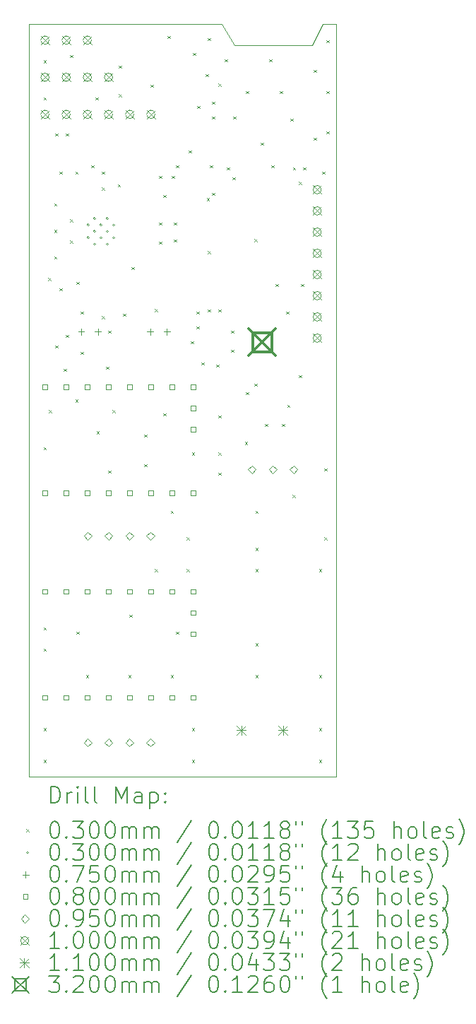
<source format=gbr>
%TF.GenerationSoftware,KiCad,Pcbnew,9.0.5*%
%TF.CreationDate,2025-10-27T18:10:10+01:00*%
%TF.ProjectId,Laser_Electronics,4c617365-725f-4456-9c65-6374726f6e69,2*%
%TF.SameCoordinates,Original*%
%TF.FileFunction,Drillmap*%
%TF.FilePolarity,Positive*%
%FSLAX45Y45*%
G04 Gerber Fmt 4.5, Leading zero omitted, Abs format (unit mm)*
G04 Created by KiCad (PCBNEW 9.0.5) date 2025-10-27 18:10:10*
%MOMM*%
%LPD*%
G01*
G04 APERTURE LIST*
%ADD10C,0.050000*%
%ADD11C,0.200000*%
%ADD12C,0.100000*%
%ADD13C,0.110000*%
%ADD14C,0.320000*%
G04 APERTURE END LIST*
D10*
X13639800Y-5842000D02*
X13487400Y-5588000D01*
X11176000Y-14605000D02*
X11176000Y-5588000D01*
X14693900Y-5588000D02*
X14566900Y-5842000D01*
X14859000Y-5588000D02*
X14693900Y-5588000D01*
X11176000Y-5588000D02*
X13487400Y-5588000D01*
X11176000Y-14605000D02*
X14859000Y-14605000D01*
X14859000Y-14605000D02*
X14859000Y-5588000D01*
X14566900Y-5842000D02*
X13639800Y-5842000D01*
D11*
D12*
X11351500Y-6017500D02*
X11381500Y-6047500D01*
X11381500Y-6017500D02*
X11351500Y-6047500D01*
X11351500Y-6462000D02*
X11381500Y-6492000D01*
X11381500Y-6462000D02*
X11351500Y-6492000D01*
X11351500Y-10653000D02*
X11381500Y-10683000D01*
X11381500Y-10653000D02*
X11351500Y-10683000D01*
X11351500Y-12812000D02*
X11381500Y-12842000D01*
X11381500Y-12812000D02*
X11351500Y-12842000D01*
X11351500Y-13066000D02*
X11381500Y-13096000D01*
X11381500Y-13066000D02*
X11351500Y-13096000D01*
X11351500Y-14018500D02*
X11381500Y-14048500D01*
X11381500Y-14018500D02*
X11351500Y-14048500D01*
X11351500Y-14399500D02*
X11381500Y-14429500D01*
X11381500Y-14399500D02*
X11351500Y-14429500D01*
X11407000Y-8628000D02*
X11437000Y-8658000D01*
X11437000Y-8628000D02*
X11407000Y-8658000D01*
X11415000Y-10208500D02*
X11445000Y-10238500D01*
X11445000Y-10208500D02*
X11415000Y-10238500D01*
X11478500Y-7732000D02*
X11508500Y-7762000D01*
X11508500Y-7732000D02*
X11478500Y-7762000D01*
X11478500Y-8049500D02*
X11508500Y-8079500D01*
X11508500Y-8049500D02*
X11478500Y-8079500D01*
X11478500Y-8367000D02*
X11508500Y-8397000D01*
X11508500Y-8367000D02*
X11478500Y-8397000D01*
X11491200Y-6893800D02*
X11521200Y-6923800D01*
X11521200Y-6893800D02*
X11491200Y-6923800D01*
X11491200Y-9433800D02*
X11521200Y-9463800D01*
X11521200Y-9433800D02*
X11491200Y-9463800D01*
X11542000Y-7351000D02*
X11572000Y-7381000D01*
X11572000Y-7351000D02*
X11542000Y-7381000D01*
X11542000Y-8748000D02*
X11572000Y-8778000D01*
X11572000Y-8748000D02*
X11542000Y-8778000D01*
X11592800Y-9713200D02*
X11622800Y-9743200D01*
X11622800Y-9713200D02*
X11592800Y-9743200D01*
X11618200Y-6893800D02*
X11648200Y-6923800D01*
X11648200Y-6893800D02*
X11618200Y-6923800D01*
X11618200Y-9306800D02*
X11648200Y-9336800D01*
X11648200Y-9306800D02*
X11618200Y-9336800D01*
X11669000Y-5954000D02*
X11699000Y-5984000D01*
X11699000Y-5954000D02*
X11669000Y-5984000D01*
X11669000Y-7922500D02*
X11699000Y-7952500D01*
X11699000Y-7922500D02*
X11669000Y-7952500D01*
X11669000Y-8176500D02*
X11699000Y-8206500D01*
X11699000Y-8176500D02*
X11669000Y-8206500D01*
X11732500Y-7351000D02*
X11762500Y-7381000D01*
X11762500Y-7351000D02*
X11732500Y-7381000D01*
X11732500Y-10081500D02*
X11762500Y-10111500D01*
X11762500Y-10081500D02*
X11732500Y-10111500D01*
X11745200Y-8671800D02*
X11775200Y-8701800D01*
X11775200Y-8671800D02*
X11745200Y-8701800D01*
X11745200Y-12862800D02*
X11775200Y-12892800D01*
X11775200Y-12862800D02*
X11745200Y-12892800D01*
X11796000Y-9027400D02*
X11826000Y-9057400D01*
X11826000Y-9027400D02*
X11796000Y-9057400D01*
X11796000Y-9510000D02*
X11826000Y-9540000D01*
X11826000Y-9510000D02*
X11796000Y-9540000D01*
X11859500Y-13383500D02*
X11889500Y-13413500D01*
X11889500Y-13383500D02*
X11859500Y-13413500D01*
X11923000Y-7274800D02*
X11953000Y-7304800D01*
X11953000Y-7274800D02*
X11923000Y-7304800D01*
X11973800Y-6462000D02*
X12003800Y-6492000D01*
X12003800Y-6462000D02*
X11973800Y-6492000D01*
X11986500Y-10462500D02*
X12016500Y-10492500D01*
X12016500Y-10462500D02*
X11986500Y-10492500D01*
X12050000Y-7351000D02*
X12080000Y-7381000D01*
X12080000Y-7351000D02*
X12050000Y-7381000D01*
X12050000Y-7541500D02*
X12080000Y-7571500D01*
X12080000Y-7541500D02*
X12050000Y-7571500D01*
X12050500Y-9084900D02*
X12080500Y-9114900D01*
X12080500Y-9084900D02*
X12050500Y-9114900D01*
X12100800Y-9687800D02*
X12130800Y-9717800D01*
X12130800Y-9687800D02*
X12100800Y-9717800D01*
X12126200Y-9256000D02*
X12156200Y-9286000D01*
X12156200Y-9256000D02*
X12126200Y-9286000D01*
X12126200Y-10932400D02*
X12156200Y-10962400D01*
X12156200Y-10932400D02*
X12126200Y-10962400D01*
X12177000Y-10208500D02*
X12207000Y-10238500D01*
X12207000Y-10208500D02*
X12177000Y-10238500D01*
X12240000Y-7503400D02*
X12270000Y-7533400D01*
X12270000Y-7503400D02*
X12240000Y-7533400D01*
X12253200Y-6081000D02*
X12283200Y-6111000D01*
X12283200Y-6081000D02*
X12253200Y-6111000D01*
X12253200Y-6424900D02*
X12283200Y-6454900D01*
X12283200Y-6424900D02*
X12253200Y-6454900D01*
X12304000Y-9052800D02*
X12334000Y-9082800D01*
X12334000Y-9052800D02*
X12304000Y-9082800D01*
X12367500Y-13383500D02*
X12397500Y-13413500D01*
X12397500Y-13383500D02*
X12367500Y-13413500D01*
X12380200Y-12659600D02*
X12410200Y-12689600D01*
X12410200Y-12659600D02*
X12380200Y-12689600D01*
X12405600Y-8494000D02*
X12435600Y-8524000D01*
X12435600Y-8494000D02*
X12405600Y-8524000D01*
X12558000Y-10500600D02*
X12588000Y-10530600D01*
X12588000Y-10500600D02*
X12558000Y-10530600D01*
X12558000Y-10856200D02*
X12588000Y-10886200D01*
X12588000Y-10856200D02*
X12558000Y-10886200D01*
X12634200Y-6309600D02*
X12664200Y-6339600D01*
X12664200Y-6309600D02*
X12634200Y-6339600D01*
X12684056Y-9001056D02*
X12714056Y-9031056D01*
X12714056Y-9001056D02*
X12684056Y-9031056D01*
X12685000Y-12113500D02*
X12715000Y-12143500D01*
X12715000Y-12113500D02*
X12685000Y-12143500D01*
X12735800Y-7401800D02*
X12765800Y-7431800D01*
X12765800Y-7401800D02*
X12735800Y-7431800D01*
X12735800Y-7960600D02*
X12765800Y-7990600D01*
X12765800Y-7960600D02*
X12735800Y-7990600D01*
X12735800Y-8189200D02*
X12765800Y-8219200D01*
X12765800Y-8189200D02*
X12735800Y-8219200D01*
X12786600Y-7630400D02*
X12816600Y-7660400D01*
X12816600Y-7630400D02*
X12786600Y-7660400D01*
X12786600Y-10246600D02*
X12816600Y-10276600D01*
X12816600Y-10246600D02*
X12786600Y-10276600D01*
X12837400Y-5725400D02*
X12867400Y-5755400D01*
X12867400Y-5725400D02*
X12837400Y-5755400D01*
X12875500Y-11415000D02*
X12905500Y-11445000D01*
X12905500Y-11415000D02*
X12875500Y-11445000D01*
X12875500Y-13383500D02*
X12905500Y-13413500D01*
X12905500Y-13383500D02*
X12875500Y-13413500D01*
X12888200Y-7401800D02*
X12918200Y-7431800D01*
X12918200Y-7401800D02*
X12888200Y-7431800D01*
X12913600Y-7960600D02*
X12943600Y-7990600D01*
X12943600Y-7960600D02*
X12913600Y-7990600D01*
X12913600Y-8163800D02*
X12943600Y-8193800D01*
X12943600Y-8163800D02*
X12913600Y-8193800D01*
X12939000Y-7274800D02*
X12969000Y-7304800D01*
X12969000Y-7274800D02*
X12939000Y-7304800D01*
X12939000Y-12862800D02*
X12969000Y-12892800D01*
X12969000Y-12862800D02*
X12939000Y-12892800D01*
X13066000Y-11732500D02*
X13096000Y-11762500D01*
X13096000Y-11732500D02*
X13066000Y-11762500D01*
X13066000Y-12113500D02*
X13096000Y-12143500D01*
X13096000Y-12113500D02*
X13066000Y-12143500D01*
X13091400Y-7097000D02*
X13121400Y-7127000D01*
X13121400Y-7097000D02*
X13091400Y-7127000D01*
X13116800Y-9383000D02*
X13146800Y-9413000D01*
X13146800Y-9383000D02*
X13116800Y-9413000D01*
X13129500Y-10716500D02*
X13159500Y-10746500D01*
X13159500Y-10716500D02*
X13129500Y-10746500D01*
X13129500Y-14018500D02*
X13159500Y-14048500D01*
X13159500Y-14018500D02*
X13129500Y-14048500D01*
X13129500Y-14399500D02*
X13159500Y-14429500D01*
X13159500Y-14399500D02*
X13129500Y-14429500D01*
X13142200Y-5928600D02*
X13172200Y-5958600D01*
X13172200Y-5928600D02*
X13142200Y-5958600D01*
X13181300Y-9027400D02*
X13211300Y-9057400D01*
X13211300Y-9027400D02*
X13181300Y-9057400D01*
X13181300Y-9205200D02*
X13211300Y-9235200D01*
X13211300Y-9205200D02*
X13181300Y-9235200D01*
X13193000Y-6563600D02*
X13223000Y-6593600D01*
X13223000Y-6563600D02*
X13193000Y-6593600D01*
X13243800Y-9637000D02*
X13273800Y-9667000D01*
X13273800Y-9637000D02*
X13243800Y-9667000D01*
X13294600Y-6182600D02*
X13324600Y-6212600D01*
X13324600Y-6182600D02*
X13294600Y-6212600D01*
X13307300Y-7668500D02*
X13337300Y-7698500D01*
X13337300Y-7668500D02*
X13307300Y-7698500D01*
X13320000Y-5750800D02*
X13350000Y-5780800D01*
X13350000Y-5750800D02*
X13320000Y-5780800D01*
X13320000Y-8303500D02*
X13350000Y-8333500D01*
X13350000Y-8303500D02*
X13320000Y-8333500D01*
X13320000Y-9002000D02*
X13350000Y-9032000D01*
X13350000Y-9002000D02*
X13320000Y-9032000D01*
X13345400Y-7274800D02*
X13375400Y-7304800D01*
X13375400Y-7274800D02*
X13345400Y-7304800D01*
X13370800Y-6512800D02*
X13400800Y-6542800D01*
X13400800Y-6512800D02*
X13370800Y-6542800D01*
X13370800Y-6690600D02*
X13400800Y-6720600D01*
X13400800Y-6690600D02*
X13370800Y-6720600D01*
X13370800Y-7605000D02*
X13400800Y-7635000D01*
X13400800Y-7605000D02*
X13370800Y-7635000D01*
X13421600Y-9662400D02*
X13451600Y-9692400D01*
X13451600Y-9662400D02*
X13421600Y-9692400D01*
X13447000Y-6296900D02*
X13477000Y-6326900D01*
X13477000Y-6296900D02*
X13447000Y-6326900D01*
X13447000Y-9002000D02*
X13477000Y-9032000D01*
X13477000Y-9002000D02*
X13447000Y-9032000D01*
X13447000Y-10272000D02*
X13477000Y-10302000D01*
X13477000Y-10272000D02*
X13447000Y-10302000D01*
X13447000Y-10716500D02*
X13477000Y-10746500D01*
X13477000Y-10716500D02*
X13447000Y-10746500D01*
X13447000Y-10957800D02*
X13477000Y-10987800D01*
X13477000Y-10957800D02*
X13447000Y-10987800D01*
X13523200Y-6004800D02*
X13553200Y-6034800D01*
X13553200Y-6004800D02*
X13523200Y-6034800D01*
X13548600Y-7300200D02*
X13578600Y-7330200D01*
X13578600Y-7300200D02*
X13548600Y-7330200D01*
X13599400Y-9256000D02*
X13629400Y-9286000D01*
X13629400Y-9256000D02*
X13599400Y-9286000D01*
X13599400Y-9484600D02*
X13629400Y-9514600D01*
X13629400Y-9484600D02*
X13599400Y-9514600D01*
X13613823Y-7418938D02*
X13643823Y-7448938D01*
X13643823Y-7418938D02*
X13613823Y-7448938D01*
X13624800Y-6690600D02*
X13654800Y-6720600D01*
X13654800Y-6690600D02*
X13624800Y-6720600D01*
X13764500Y-10589500D02*
X13794500Y-10619500D01*
X13794500Y-10589500D02*
X13764500Y-10619500D01*
X13777200Y-6385800D02*
X13807200Y-6415800D01*
X13807200Y-6385800D02*
X13777200Y-6415800D01*
X13777200Y-9992600D02*
X13807200Y-10022600D01*
X13807200Y-9992600D02*
X13777200Y-10022600D01*
X13878181Y-8163181D02*
X13908181Y-8193181D01*
X13908181Y-8163181D02*
X13878181Y-8193181D01*
X13878800Y-9891000D02*
X13908800Y-9921000D01*
X13908800Y-9891000D02*
X13878800Y-9921000D01*
X13891500Y-11415000D02*
X13921500Y-11445000D01*
X13921500Y-11415000D02*
X13891500Y-11445000D01*
X13891500Y-11859500D02*
X13921500Y-11889500D01*
X13921500Y-11859500D02*
X13891500Y-11889500D01*
X13891500Y-12113500D02*
X13921500Y-12143500D01*
X13921500Y-12113500D02*
X13891500Y-12143500D01*
X13891500Y-13002500D02*
X13921500Y-13032500D01*
X13921500Y-13002500D02*
X13891500Y-13032500D01*
X13891500Y-13383500D02*
X13921500Y-13413500D01*
X13921500Y-13383500D02*
X13891500Y-13413500D01*
X13955000Y-7003585D02*
X13985000Y-7033585D01*
X13985000Y-7003585D02*
X13955000Y-7033585D01*
X14005800Y-10373600D02*
X14035800Y-10403600D01*
X14035800Y-10373600D02*
X14005800Y-10403600D01*
X14056600Y-6004800D02*
X14086600Y-6034800D01*
X14086600Y-6004800D02*
X14056600Y-6034800D01*
X14082000Y-7274800D02*
X14112000Y-7304800D01*
X14112000Y-7274800D02*
X14082000Y-7304800D01*
X14132800Y-8697200D02*
X14162800Y-8727200D01*
X14162800Y-8697200D02*
X14132800Y-8727200D01*
X14183600Y-6385800D02*
X14213600Y-6415800D01*
X14213600Y-6385800D02*
X14183600Y-6415800D01*
X14209000Y-10373600D02*
X14239000Y-10403600D01*
X14239000Y-10373600D02*
X14209000Y-10403600D01*
X14259800Y-9027400D02*
X14289800Y-9057400D01*
X14289800Y-9027400D02*
X14259800Y-9057400D01*
X14272500Y-10145000D02*
X14302500Y-10175000D01*
X14302500Y-10145000D02*
X14272500Y-10175000D01*
X14310600Y-6716000D02*
X14340600Y-6746000D01*
X14340600Y-6716000D02*
X14310600Y-6746000D01*
X14336000Y-11224500D02*
X14366000Y-11254500D01*
X14366000Y-11224500D02*
X14336000Y-11254500D01*
X14337300Y-7300200D02*
X14367300Y-7330200D01*
X14367300Y-7300200D02*
X14337300Y-7330200D01*
X14412200Y-7474200D02*
X14442200Y-7504200D01*
X14442200Y-7474200D02*
X14412200Y-7504200D01*
X14412200Y-9789400D02*
X14442200Y-9819400D01*
X14442200Y-9789400D02*
X14412200Y-9819400D01*
X14437600Y-8697200D02*
X14467600Y-8727200D01*
X14467600Y-8697200D02*
X14437600Y-8727200D01*
X14463000Y-7300200D02*
X14493000Y-7330200D01*
X14493000Y-7300200D02*
X14463000Y-7330200D01*
X14590000Y-6131800D02*
X14620000Y-6161800D01*
X14620000Y-6131800D02*
X14590000Y-6161800D01*
X14590000Y-6944600D02*
X14620000Y-6974600D01*
X14620000Y-6944600D02*
X14590000Y-6974600D01*
X14653500Y-12113500D02*
X14683500Y-12143500D01*
X14683500Y-12113500D02*
X14653500Y-12143500D01*
X14653500Y-13383500D02*
X14683500Y-13413500D01*
X14683500Y-13383500D02*
X14653500Y-13413500D01*
X14653500Y-14018500D02*
X14683500Y-14048500D01*
X14683500Y-14018500D02*
X14653500Y-14048500D01*
X14653500Y-14399500D02*
X14683500Y-14429500D01*
X14683500Y-14399500D02*
X14653500Y-14429500D01*
X14691600Y-7351000D02*
X14721600Y-7381000D01*
X14721600Y-7351000D02*
X14691600Y-7381000D01*
X14717000Y-10907000D02*
X14747000Y-10937000D01*
X14747000Y-10907000D02*
X14717000Y-10937000D01*
X14717000Y-11732500D02*
X14747000Y-11762500D01*
X14747000Y-11732500D02*
X14717000Y-11762500D01*
X14742400Y-5776200D02*
X14772400Y-5806200D01*
X14772400Y-5776200D02*
X14742400Y-5806200D01*
X14742400Y-6385800D02*
X14772400Y-6415800D01*
X14772400Y-6385800D02*
X14742400Y-6415800D01*
X14742400Y-6868400D02*
X14772400Y-6898400D01*
X14772400Y-6868400D02*
X14742400Y-6898400D01*
X11900000Y-7992750D02*
G75*
G02*
X11870000Y-7992750I-15000J0D01*
G01*
X11870000Y-7992750D02*
G75*
G02*
X11900000Y-7992750I15000J0D01*
G01*
X11900000Y-8145250D02*
G75*
G02*
X11870000Y-8145250I-15000J0D01*
G01*
X11870000Y-8145250D02*
G75*
G02*
X11900000Y-8145250I15000J0D01*
G01*
X11976250Y-7916500D02*
G75*
G02*
X11946250Y-7916500I-15000J0D01*
G01*
X11946250Y-7916500D02*
G75*
G02*
X11976250Y-7916500I15000J0D01*
G01*
X11976250Y-8069000D02*
G75*
G02*
X11946250Y-8069000I-15000J0D01*
G01*
X11946250Y-8069000D02*
G75*
G02*
X11976250Y-8069000I15000J0D01*
G01*
X11976250Y-8221500D02*
G75*
G02*
X11946250Y-8221500I-15000J0D01*
G01*
X11946250Y-8221500D02*
G75*
G02*
X11976250Y-8221500I15000J0D01*
G01*
X12052500Y-7992750D02*
G75*
G02*
X12022500Y-7992750I-15000J0D01*
G01*
X12022500Y-7992750D02*
G75*
G02*
X12052500Y-7992750I15000J0D01*
G01*
X12052500Y-8145250D02*
G75*
G02*
X12022500Y-8145250I-15000J0D01*
G01*
X12022500Y-8145250D02*
G75*
G02*
X12052500Y-8145250I15000J0D01*
G01*
X12128750Y-7916500D02*
G75*
G02*
X12098750Y-7916500I-15000J0D01*
G01*
X12098750Y-7916500D02*
G75*
G02*
X12128750Y-7916500I15000J0D01*
G01*
X12128750Y-8069000D02*
G75*
G02*
X12098750Y-8069000I-15000J0D01*
G01*
X12098750Y-8069000D02*
G75*
G02*
X12128750Y-8069000I15000J0D01*
G01*
X12128750Y-8221500D02*
G75*
G02*
X12098750Y-8221500I-15000J0D01*
G01*
X12098750Y-8221500D02*
G75*
G02*
X12128750Y-8221500I15000J0D01*
G01*
X12205000Y-7992750D02*
G75*
G02*
X12175000Y-7992750I-15000J0D01*
G01*
X12175000Y-7992750D02*
G75*
G02*
X12205000Y-7992750I15000J0D01*
G01*
X12205000Y-8145250D02*
G75*
G02*
X12175000Y-8145250I-15000J0D01*
G01*
X12175000Y-8145250D02*
G75*
G02*
X12205000Y-8145250I15000J0D01*
G01*
X11801500Y-9233500D02*
X11801500Y-9308500D01*
X11764000Y-9271000D02*
X11839000Y-9271000D01*
X12001500Y-9233500D02*
X12001500Y-9308500D01*
X11964000Y-9271000D02*
X12039000Y-9271000D01*
X12627000Y-9233500D02*
X12627000Y-9308500D01*
X12589500Y-9271000D02*
X12664500Y-9271000D01*
X12827000Y-9233500D02*
X12827000Y-9308500D01*
X12789500Y-9271000D02*
X12864500Y-9271000D01*
X11394784Y-9959685D02*
X11394784Y-9903116D01*
X11338215Y-9903116D01*
X11338215Y-9959685D01*
X11394784Y-9959685D01*
X11394784Y-11229684D02*
X11394784Y-11173116D01*
X11338215Y-11173116D01*
X11338215Y-11229684D01*
X11394784Y-11229684D01*
X11394784Y-12410784D02*
X11394784Y-12354215D01*
X11338215Y-12354215D01*
X11338215Y-12410784D01*
X11394784Y-12410784D01*
X11394784Y-13680784D02*
X11394784Y-13624215D01*
X11338215Y-13624215D01*
X11338215Y-13680784D01*
X11394784Y-13680784D01*
X11648784Y-9959685D02*
X11648784Y-9903116D01*
X11592215Y-9903116D01*
X11592215Y-9959685D01*
X11648784Y-9959685D01*
X11648784Y-11229684D02*
X11648784Y-11173116D01*
X11592215Y-11173116D01*
X11592215Y-11229684D01*
X11648784Y-11229684D01*
X11648784Y-12410784D02*
X11648784Y-12354215D01*
X11592215Y-12354215D01*
X11592215Y-12410784D01*
X11648784Y-12410784D01*
X11648784Y-13680784D02*
X11648784Y-13624215D01*
X11592215Y-13624215D01*
X11592215Y-13680784D01*
X11648784Y-13680784D01*
X11902784Y-9959685D02*
X11902784Y-9903116D01*
X11846215Y-9903116D01*
X11846215Y-9959685D01*
X11902784Y-9959685D01*
X11902784Y-11229684D02*
X11902784Y-11173116D01*
X11846215Y-11173116D01*
X11846215Y-11229684D01*
X11902784Y-11229684D01*
X11902784Y-12410784D02*
X11902784Y-12354215D01*
X11846215Y-12354215D01*
X11846215Y-12410784D01*
X11902784Y-12410784D01*
X11902784Y-13680784D02*
X11902784Y-13624215D01*
X11846215Y-13624215D01*
X11846215Y-13680784D01*
X11902784Y-13680784D01*
X12156784Y-9959685D02*
X12156784Y-9903116D01*
X12100215Y-9903116D01*
X12100215Y-9959685D01*
X12156784Y-9959685D01*
X12156784Y-11229684D02*
X12156784Y-11173116D01*
X12100215Y-11173116D01*
X12100215Y-11229684D01*
X12156784Y-11229684D01*
X12156784Y-12410784D02*
X12156784Y-12354215D01*
X12100215Y-12354215D01*
X12100215Y-12410784D01*
X12156784Y-12410784D01*
X12156784Y-13680784D02*
X12156784Y-13624215D01*
X12100215Y-13624215D01*
X12100215Y-13680784D01*
X12156784Y-13680784D01*
X12410784Y-9959685D02*
X12410784Y-9903116D01*
X12354215Y-9903116D01*
X12354215Y-9959685D01*
X12410784Y-9959685D01*
X12410784Y-11229684D02*
X12410784Y-11173116D01*
X12354215Y-11173116D01*
X12354215Y-11229684D01*
X12410784Y-11229684D01*
X12410784Y-12410784D02*
X12410784Y-12354215D01*
X12354215Y-12354215D01*
X12354215Y-12410784D01*
X12410784Y-12410784D01*
X12410784Y-13680784D02*
X12410784Y-13624215D01*
X12354215Y-13624215D01*
X12354215Y-13680784D01*
X12410784Y-13680784D01*
X12664784Y-9959685D02*
X12664784Y-9903116D01*
X12608215Y-9903116D01*
X12608215Y-9959685D01*
X12664784Y-9959685D01*
X12664784Y-11229684D02*
X12664784Y-11173116D01*
X12608215Y-11173116D01*
X12608215Y-11229684D01*
X12664784Y-11229684D01*
X12664784Y-12410784D02*
X12664784Y-12354215D01*
X12608215Y-12354215D01*
X12608215Y-12410784D01*
X12664784Y-12410784D01*
X12664784Y-13680784D02*
X12664784Y-13624215D01*
X12608215Y-13624215D01*
X12608215Y-13680784D01*
X12664784Y-13680784D01*
X12918784Y-9959685D02*
X12918784Y-9903116D01*
X12862215Y-9903116D01*
X12862215Y-9959685D01*
X12918784Y-9959685D01*
X12918784Y-11229684D02*
X12918784Y-11173116D01*
X12862215Y-11173116D01*
X12862215Y-11229684D01*
X12918784Y-11229684D01*
X12918784Y-12410784D02*
X12918784Y-12354215D01*
X12862215Y-12354215D01*
X12862215Y-12410784D01*
X12918784Y-12410784D01*
X12918784Y-13680784D02*
X12918784Y-13624215D01*
X12862215Y-13624215D01*
X12862215Y-13680784D01*
X12918784Y-13680784D01*
X13172784Y-9959685D02*
X13172784Y-9903116D01*
X13116215Y-9903116D01*
X13116215Y-9959685D01*
X13172784Y-9959685D01*
X13172784Y-10213685D02*
X13172784Y-10157116D01*
X13116215Y-10157116D01*
X13116215Y-10213685D01*
X13172784Y-10213685D01*
X13172784Y-10467685D02*
X13172784Y-10411116D01*
X13116215Y-10411116D01*
X13116215Y-10467685D01*
X13172784Y-10467685D01*
X13172784Y-11229684D02*
X13172784Y-11173116D01*
X13116215Y-11173116D01*
X13116215Y-11229684D01*
X13172784Y-11229684D01*
X13172784Y-12410784D02*
X13172784Y-12354215D01*
X13116215Y-12354215D01*
X13116215Y-12410784D01*
X13172784Y-12410784D01*
X13172784Y-12664784D02*
X13172784Y-12608215D01*
X13116215Y-12608215D01*
X13116215Y-12664784D01*
X13172784Y-12664784D01*
X13172784Y-12918784D02*
X13172784Y-12862215D01*
X13116215Y-12862215D01*
X13116215Y-12918784D01*
X13172784Y-12918784D01*
X13172784Y-13680784D02*
X13172784Y-13624215D01*
X13116215Y-13624215D01*
X13116215Y-13680784D01*
X13172784Y-13680784D01*
X11880500Y-11765000D02*
X11928000Y-11717500D01*
X11880500Y-11670000D01*
X11833000Y-11717500D01*
X11880500Y-11765000D01*
X11880500Y-14241500D02*
X11928000Y-14194000D01*
X11880500Y-14146500D01*
X11833000Y-14194000D01*
X11880500Y-14241500D01*
X12130500Y-11765000D02*
X12178000Y-11717500D01*
X12130500Y-11670000D01*
X12083000Y-11717500D01*
X12130500Y-11765000D01*
X12130500Y-14241500D02*
X12178000Y-14194000D01*
X12130500Y-14146500D01*
X12083000Y-14194000D01*
X12130500Y-14241500D01*
X12380500Y-11765000D02*
X12428000Y-11717500D01*
X12380500Y-11670000D01*
X12333000Y-11717500D01*
X12380500Y-11765000D01*
X12380500Y-14241500D02*
X12428000Y-14194000D01*
X12380500Y-14146500D01*
X12333000Y-14194000D01*
X12380500Y-14241500D01*
X12630500Y-11765000D02*
X12678000Y-11717500D01*
X12630500Y-11670000D01*
X12583000Y-11717500D01*
X12630500Y-11765000D01*
X12630500Y-14241500D02*
X12678000Y-14194000D01*
X12630500Y-14146500D01*
X12583000Y-14194000D01*
X12630500Y-14241500D01*
X13847000Y-10969500D02*
X13894500Y-10922000D01*
X13847000Y-10874500D01*
X13799500Y-10922000D01*
X13847000Y-10969500D01*
X14097000Y-10969500D02*
X14144500Y-10922000D01*
X14097000Y-10874500D01*
X14049500Y-10922000D01*
X14097000Y-10969500D01*
X14347000Y-10969500D02*
X14394500Y-10922000D01*
X14347000Y-10874500D01*
X14299500Y-10922000D01*
X14347000Y-10969500D01*
X11316500Y-5728500D02*
X11416500Y-5828500D01*
X11416500Y-5728500D02*
X11316500Y-5828500D01*
X11416500Y-5778500D02*
G75*
G02*
X11316500Y-5778500I-50000J0D01*
G01*
X11316500Y-5778500D02*
G75*
G02*
X11416500Y-5778500I50000J0D01*
G01*
X11316500Y-6173000D02*
X11416500Y-6273000D01*
X11416500Y-6173000D02*
X11316500Y-6273000D01*
X11416500Y-6223000D02*
G75*
G02*
X11316500Y-6223000I-50000J0D01*
G01*
X11316500Y-6223000D02*
G75*
G02*
X11416500Y-6223000I50000J0D01*
G01*
X11316500Y-6617500D02*
X11416500Y-6717500D01*
X11416500Y-6617500D02*
X11316500Y-6717500D01*
X11416500Y-6667500D02*
G75*
G02*
X11316500Y-6667500I-50000J0D01*
G01*
X11316500Y-6667500D02*
G75*
G02*
X11416500Y-6667500I50000J0D01*
G01*
X11570500Y-5728500D02*
X11670500Y-5828500D01*
X11670500Y-5728500D02*
X11570500Y-5828500D01*
X11670500Y-5778500D02*
G75*
G02*
X11570500Y-5778500I-50000J0D01*
G01*
X11570500Y-5778500D02*
G75*
G02*
X11670500Y-5778500I50000J0D01*
G01*
X11570500Y-6173000D02*
X11670500Y-6273000D01*
X11670500Y-6173000D02*
X11570500Y-6273000D01*
X11670500Y-6223000D02*
G75*
G02*
X11570500Y-6223000I-50000J0D01*
G01*
X11570500Y-6223000D02*
G75*
G02*
X11670500Y-6223000I50000J0D01*
G01*
X11570500Y-6617500D02*
X11670500Y-6717500D01*
X11670500Y-6617500D02*
X11570500Y-6717500D01*
X11670500Y-6667500D02*
G75*
G02*
X11570500Y-6667500I-50000J0D01*
G01*
X11570500Y-6667500D02*
G75*
G02*
X11670500Y-6667500I50000J0D01*
G01*
X11824500Y-5728500D02*
X11924500Y-5828500D01*
X11924500Y-5728500D02*
X11824500Y-5828500D01*
X11924500Y-5778500D02*
G75*
G02*
X11824500Y-5778500I-50000J0D01*
G01*
X11824500Y-5778500D02*
G75*
G02*
X11924500Y-5778500I50000J0D01*
G01*
X11824500Y-6173000D02*
X11924500Y-6273000D01*
X11924500Y-6173000D02*
X11824500Y-6273000D01*
X11924500Y-6223000D02*
G75*
G02*
X11824500Y-6223000I-50000J0D01*
G01*
X11824500Y-6223000D02*
G75*
G02*
X11924500Y-6223000I50000J0D01*
G01*
X11824500Y-6617500D02*
X11924500Y-6717500D01*
X11924500Y-6617500D02*
X11824500Y-6717500D01*
X11924500Y-6667500D02*
G75*
G02*
X11824500Y-6667500I-50000J0D01*
G01*
X11824500Y-6667500D02*
G75*
G02*
X11924500Y-6667500I50000J0D01*
G01*
X12078500Y-6173000D02*
X12178500Y-6273000D01*
X12178500Y-6173000D02*
X12078500Y-6273000D01*
X12178500Y-6223000D02*
G75*
G02*
X12078500Y-6223000I-50000J0D01*
G01*
X12078500Y-6223000D02*
G75*
G02*
X12178500Y-6223000I50000J0D01*
G01*
X12078500Y-6617500D02*
X12178500Y-6717500D01*
X12178500Y-6617500D02*
X12078500Y-6717500D01*
X12178500Y-6667500D02*
G75*
G02*
X12078500Y-6667500I-50000J0D01*
G01*
X12078500Y-6667500D02*
G75*
G02*
X12178500Y-6667500I50000J0D01*
G01*
X12332500Y-6617500D02*
X12432500Y-6717500D01*
X12432500Y-6617500D02*
X12332500Y-6717500D01*
X12432500Y-6667500D02*
G75*
G02*
X12332500Y-6667500I-50000J0D01*
G01*
X12332500Y-6667500D02*
G75*
G02*
X12432500Y-6667500I50000J0D01*
G01*
X12586500Y-6617500D02*
X12686500Y-6717500D01*
X12686500Y-6617500D02*
X12586500Y-6717500D01*
X12686500Y-6667500D02*
G75*
G02*
X12586500Y-6667500I-50000J0D01*
G01*
X12586500Y-6667500D02*
G75*
G02*
X12686500Y-6667500I50000J0D01*
G01*
X14580400Y-7519200D02*
X14680400Y-7619200D01*
X14680400Y-7519200D02*
X14580400Y-7619200D01*
X14680400Y-7569200D02*
G75*
G02*
X14580400Y-7569200I-50000J0D01*
G01*
X14580400Y-7569200D02*
G75*
G02*
X14680400Y-7569200I50000J0D01*
G01*
X14580400Y-7773200D02*
X14680400Y-7873200D01*
X14680400Y-7773200D02*
X14580400Y-7873200D01*
X14680400Y-7823200D02*
G75*
G02*
X14580400Y-7823200I-50000J0D01*
G01*
X14580400Y-7823200D02*
G75*
G02*
X14680400Y-7823200I50000J0D01*
G01*
X14580400Y-8027200D02*
X14680400Y-8127200D01*
X14680400Y-8027200D02*
X14580400Y-8127200D01*
X14680400Y-8077200D02*
G75*
G02*
X14580400Y-8077200I-50000J0D01*
G01*
X14580400Y-8077200D02*
G75*
G02*
X14680400Y-8077200I50000J0D01*
G01*
X14580400Y-8281200D02*
X14680400Y-8381200D01*
X14680400Y-8281200D02*
X14580400Y-8381200D01*
X14680400Y-8331200D02*
G75*
G02*
X14580400Y-8331200I-50000J0D01*
G01*
X14580400Y-8331200D02*
G75*
G02*
X14680400Y-8331200I50000J0D01*
G01*
X14580400Y-8535200D02*
X14680400Y-8635200D01*
X14680400Y-8535200D02*
X14580400Y-8635200D01*
X14680400Y-8585200D02*
G75*
G02*
X14580400Y-8585200I-50000J0D01*
G01*
X14580400Y-8585200D02*
G75*
G02*
X14680400Y-8585200I50000J0D01*
G01*
X14580400Y-8789200D02*
X14680400Y-8889200D01*
X14680400Y-8789200D02*
X14580400Y-8889200D01*
X14680400Y-8839200D02*
G75*
G02*
X14580400Y-8839200I-50000J0D01*
G01*
X14580400Y-8839200D02*
G75*
G02*
X14680400Y-8839200I50000J0D01*
G01*
X14580400Y-9043200D02*
X14680400Y-9143200D01*
X14680400Y-9043200D02*
X14580400Y-9143200D01*
X14680400Y-9093200D02*
G75*
G02*
X14580400Y-9093200I-50000J0D01*
G01*
X14580400Y-9093200D02*
G75*
G02*
X14680400Y-9093200I50000J0D01*
G01*
X14580400Y-9297200D02*
X14680400Y-9397200D01*
X14680400Y-9297200D02*
X14580400Y-9397200D01*
X14680400Y-9347200D02*
G75*
G02*
X14580400Y-9347200I-50000J0D01*
G01*
X14580400Y-9347200D02*
G75*
G02*
X14680400Y-9347200I50000J0D01*
G01*
D13*
X13665000Y-13991750D02*
X13775000Y-14101750D01*
X13775000Y-13991750D02*
X13665000Y-14101750D01*
X13720000Y-13991750D02*
X13720000Y-14101750D01*
X13665000Y-14046750D02*
X13775000Y-14046750D01*
X14165000Y-13991750D02*
X14275000Y-14101750D01*
X14275000Y-13991750D02*
X14165000Y-14101750D01*
X14220000Y-13991750D02*
X14220000Y-14101750D01*
X14165000Y-14046750D02*
X14275000Y-14046750D01*
D14*
X13810000Y-9238000D02*
X14130000Y-9558000D01*
X14130000Y-9238000D02*
X13810000Y-9558000D01*
X14083138Y-9511138D02*
X14083138Y-9284862D01*
X13856862Y-9284862D01*
X13856862Y-9511138D01*
X14083138Y-9511138D01*
D11*
X11434277Y-14918984D02*
X11434277Y-14718984D01*
X11434277Y-14718984D02*
X11481896Y-14718984D01*
X11481896Y-14718984D02*
X11510467Y-14728508D01*
X11510467Y-14728508D02*
X11529515Y-14747555D01*
X11529515Y-14747555D02*
X11539039Y-14766603D01*
X11539039Y-14766603D02*
X11548562Y-14804698D01*
X11548562Y-14804698D02*
X11548562Y-14833269D01*
X11548562Y-14833269D02*
X11539039Y-14871365D01*
X11539039Y-14871365D02*
X11529515Y-14890412D01*
X11529515Y-14890412D02*
X11510467Y-14909460D01*
X11510467Y-14909460D02*
X11481896Y-14918984D01*
X11481896Y-14918984D02*
X11434277Y-14918984D01*
X11634277Y-14918984D02*
X11634277Y-14785650D01*
X11634277Y-14823746D02*
X11643801Y-14804698D01*
X11643801Y-14804698D02*
X11653324Y-14795174D01*
X11653324Y-14795174D02*
X11672372Y-14785650D01*
X11672372Y-14785650D02*
X11691420Y-14785650D01*
X11758086Y-14918984D02*
X11758086Y-14785650D01*
X11758086Y-14718984D02*
X11748562Y-14728508D01*
X11748562Y-14728508D02*
X11758086Y-14738031D01*
X11758086Y-14738031D02*
X11767610Y-14728508D01*
X11767610Y-14728508D02*
X11758086Y-14718984D01*
X11758086Y-14718984D02*
X11758086Y-14738031D01*
X11881896Y-14918984D02*
X11862848Y-14909460D01*
X11862848Y-14909460D02*
X11853324Y-14890412D01*
X11853324Y-14890412D02*
X11853324Y-14718984D01*
X11986658Y-14918984D02*
X11967610Y-14909460D01*
X11967610Y-14909460D02*
X11958086Y-14890412D01*
X11958086Y-14890412D02*
X11958086Y-14718984D01*
X12215229Y-14918984D02*
X12215229Y-14718984D01*
X12215229Y-14718984D02*
X12281896Y-14861841D01*
X12281896Y-14861841D02*
X12348562Y-14718984D01*
X12348562Y-14718984D02*
X12348562Y-14918984D01*
X12529515Y-14918984D02*
X12529515Y-14814222D01*
X12529515Y-14814222D02*
X12519991Y-14795174D01*
X12519991Y-14795174D02*
X12500943Y-14785650D01*
X12500943Y-14785650D02*
X12462848Y-14785650D01*
X12462848Y-14785650D02*
X12443801Y-14795174D01*
X12529515Y-14909460D02*
X12510467Y-14918984D01*
X12510467Y-14918984D02*
X12462848Y-14918984D01*
X12462848Y-14918984D02*
X12443801Y-14909460D01*
X12443801Y-14909460D02*
X12434277Y-14890412D01*
X12434277Y-14890412D02*
X12434277Y-14871365D01*
X12434277Y-14871365D02*
X12443801Y-14852317D01*
X12443801Y-14852317D02*
X12462848Y-14842793D01*
X12462848Y-14842793D02*
X12510467Y-14842793D01*
X12510467Y-14842793D02*
X12529515Y-14833269D01*
X12624753Y-14785650D02*
X12624753Y-14985650D01*
X12624753Y-14795174D02*
X12643801Y-14785650D01*
X12643801Y-14785650D02*
X12681896Y-14785650D01*
X12681896Y-14785650D02*
X12700943Y-14795174D01*
X12700943Y-14795174D02*
X12710467Y-14804698D01*
X12710467Y-14804698D02*
X12719991Y-14823746D01*
X12719991Y-14823746D02*
X12719991Y-14880888D01*
X12719991Y-14880888D02*
X12710467Y-14899936D01*
X12710467Y-14899936D02*
X12700943Y-14909460D01*
X12700943Y-14909460D02*
X12681896Y-14918984D01*
X12681896Y-14918984D02*
X12643801Y-14918984D01*
X12643801Y-14918984D02*
X12624753Y-14909460D01*
X12805705Y-14899936D02*
X12815229Y-14909460D01*
X12815229Y-14909460D02*
X12805705Y-14918984D01*
X12805705Y-14918984D02*
X12796182Y-14909460D01*
X12796182Y-14909460D02*
X12805705Y-14899936D01*
X12805705Y-14899936D02*
X12805705Y-14918984D01*
X12805705Y-14795174D02*
X12815229Y-14804698D01*
X12815229Y-14804698D02*
X12805705Y-14814222D01*
X12805705Y-14814222D02*
X12796182Y-14804698D01*
X12796182Y-14804698D02*
X12805705Y-14795174D01*
X12805705Y-14795174D02*
X12805705Y-14814222D01*
D12*
X11143500Y-15232500D02*
X11173500Y-15262500D01*
X11173500Y-15232500D02*
X11143500Y-15262500D01*
D11*
X11472372Y-15138984D02*
X11491420Y-15138984D01*
X11491420Y-15138984D02*
X11510467Y-15148508D01*
X11510467Y-15148508D02*
X11519991Y-15158031D01*
X11519991Y-15158031D02*
X11529515Y-15177079D01*
X11529515Y-15177079D02*
X11539039Y-15215174D01*
X11539039Y-15215174D02*
X11539039Y-15262793D01*
X11539039Y-15262793D02*
X11529515Y-15300888D01*
X11529515Y-15300888D02*
X11519991Y-15319936D01*
X11519991Y-15319936D02*
X11510467Y-15329460D01*
X11510467Y-15329460D02*
X11491420Y-15338984D01*
X11491420Y-15338984D02*
X11472372Y-15338984D01*
X11472372Y-15338984D02*
X11453324Y-15329460D01*
X11453324Y-15329460D02*
X11443801Y-15319936D01*
X11443801Y-15319936D02*
X11434277Y-15300888D01*
X11434277Y-15300888D02*
X11424753Y-15262793D01*
X11424753Y-15262793D02*
X11424753Y-15215174D01*
X11424753Y-15215174D02*
X11434277Y-15177079D01*
X11434277Y-15177079D02*
X11443801Y-15158031D01*
X11443801Y-15158031D02*
X11453324Y-15148508D01*
X11453324Y-15148508D02*
X11472372Y-15138984D01*
X11624753Y-15319936D02*
X11634277Y-15329460D01*
X11634277Y-15329460D02*
X11624753Y-15338984D01*
X11624753Y-15338984D02*
X11615229Y-15329460D01*
X11615229Y-15329460D02*
X11624753Y-15319936D01*
X11624753Y-15319936D02*
X11624753Y-15338984D01*
X11700943Y-15138984D02*
X11824753Y-15138984D01*
X11824753Y-15138984D02*
X11758086Y-15215174D01*
X11758086Y-15215174D02*
X11786658Y-15215174D01*
X11786658Y-15215174D02*
X11805705Y-15224698D01*
X11805705Y-15224698D02*
X11815229Y-15234222D01*
X11815229Y-15234222D02*
X11824753Y-15253269D01*
X11824753Y-15253269D02*
X11824753Y-15300888D01*
X11824753Y-15300888D02*
X11815229Y-15319936D01*
X11815229Y-15319936D02*
X11805705Y-15329460D01*
X11805705Y-15329460D02*
X11786658Y-15338984D01*
X11786658Y-15338984D02*
X11729515Y-15338984D01*
X11729515Y-15338984D02*
X11710467Y-15329460D01*
X11710467Y-15329460D02*
X11700943Y-15319936D01*
X11948562Y-15138984D02*
X11967610Y-15138984D01*
X11967610Y-15138984D02*
X11986658Y-15148508D01*
X11986658Y-15148508D02*
X11996182Y-15158031D01*
X11996182Y-15158031D02*
X12005705Y-15177079D01*
X12005705Y-15177079D02*
X12015229Y-15215174D01*
X12015229Y-15215174D02*
X12015229Y-15262793D01*
X12015229Y-15262793D02*
X12005705Y-15300888D01*
X12005705Y-15300888D02*
X11996182Y-15319936D01*
X11996182Y-15319936D02*
X11986658Y-15329460D01*
X11986658Y-15329460D02*
X11967610Y-15338984D01*
X11967610Y-15338984D02*
X11948562Y-15338984D01*
X11948562Y-15338984D02*
X11929515Y-15329460D01*
X11929515Y-15329460D02*
X11919991Y-15319936D01*
X11919991Y-15319936D02*
X11910467Y-15300888D01*
X11910467Y-15300888D02*
X11900943Y-15262793D01*
X11900943Y-15262793D02*
X11900943Y-15215174D01*
X11900943Y-15215174D02*
X11910467Y-15177079D01*
X11910467Y-15177079D02*
X11919991Y-15158031D01*
X11919991Y-15158031D02*
X11929515Y-15148508D01*
X11929515Y-15148508D02*
X11948562Y-15138984D01*
X12139039Y-15138984D02*
X12158086Y-15138984D01*
X12158086Y-15138984D02*
X12177134Y-15148508D01*
X12177134Y-15148508D02*
X12186658Y-15158031D01*
X12186658Y-15158031D02*
X12196182Y-15177079D01*
X12196182Y-15177079D02*
X12205705Y-15215174D01*
X12205705Y-15215174D02*
X12205705Y-15262793D01*
X12205705Y-15262793D02*
X12196182Y-15300888D01*
X12196182Y-15300888D02*
X12186658Y-15319936D01*
X12186658Y-15319936D02*
X12177134Y-15329460D01*
X12177134Y-15329460D02*
X12158086Y-15338984D01*
X12158086Y-15338984D02*
X12139039Y-15338984D01*
X12139039Y-15338984D02*
X12119991Y-15329460D01*
X12119991Y-15329460D02*
X12110467Y-15319936D01*
X12110467Y-15319936D02*
X12100943Y-15300888D01*
X12100943Y-15300888D02*
X12091420Y-15262793D01*
X12091420Y-15262793D02*
X12091420Y-15215174D01*
X12091420Y-15215174D02*
X12100943Y-15177079D01*
X12100943Y-15177079D02*
X12110467Y-15158031D01*
X12110467Y-15158031D02*
X12119991Y-15148508D01*
X12119991Y-15148508D02*
X12139039Y-15138984D01*
X12291420Y-15338984D02*
X12291420Y-15205650D01*
X12291420Y-15224698D02*
X12300943Y-15215174D01*
X12300943Y-15215174D02*
X12319991Y-15205650D01*
X12319991Y-15205650D02*
X12348563Y-15205650D01*
X12348563Y-15205650D02*
X12367610Y-15215174D01*
X12367610Y-15215174D02*
X12377134Y-15234222D01*
X12377134Y-15234222D02*
X12377134Y-15338984D01*
X12377134Y-15234222D02*
X12386658Y-15215174D01*
X12386658Y-15215174D02*
X12405705Y-15205650D01*
X12405705Y-15205650D02*
X12434277Y-15205650D01*
X12434277Y-15205650D02*
X12453324Y-15215174D01*
X12453324Y-15215174D02*
X12462848Y-15234222D01*
X12462848Y-15234222D02*
X12462848Y-15338984D01*
X12558086Y-15338984D02*
X12558086Y-15205650D01*
X12558086Y-15224698D02*
X12567610Y-15215174D01*
X12567610Y-15215174D02*
X12586658Y-15205650D01*
X12586658Y-15205650D02*
X12615229Y-15205650D01*
X12615229Y-15205650D02*
X12634277Y-15215174D01*
X12634277Y-15215174D02*
X12643801Y-15234222D01*
X12643801Y-15234222D02*
X12643801Y-15338984D01*
X12643801Y-15234222D02*
X12653324Y-15215174D01*
X12653324Y-15215174D02*
X12672372Y-15205650D01*
X12672372Y-15205650D02*
X12700943Y-15205650D01*
X12700943Y-15205650D02*
X12719991Y-15215174D01*
X12719991Y-15215174D02*
X12729515Y-15234222D01*
X12729515Y-15234222D02*
X12729515Y-15338984D01*
X13119991Y-15129460D02*
X12948563Y-15386603D01*
X13377134Y-15138984D02*
X13396182Y-15138984D01*
X13396182Y-15138984D02*
X13415229Y-15148508D01*
X13415229Y-15148508D02*
X13424753Y-15158031D01*
X13424753Y-15158031D02*
X13434277Y-15177079D01*
X13434277Y-15177079D02*
X13443801Y-15215174D01*
X13443801Y-15215174D02*
X13443801Y-15262793D01*
X13443801Y-15262793D02*
X13434277Y-15300888D01*
X13434277Y-15300888D02*
X13424753Y-15319936D01*
X13424753Y-15319936D02*
X13415229Y-15329460D01*
X13415229Y-15329460D02*
X13396182Y-15338984D01*
X13396182Y-15338984D02*
X13377134Y-15338984D01*
X13377134Y-15338984D02*
X13358086Y-15329460D01*
X13358086Y-15329460D02*
X13348563Y-15319936D01*
X13348563Y-15319936D02*
X13339039Y-15300888D01*
X13339039Y-15300888D02*
X13329515Y-15262793D01*
X13329515Y-15262793D02*
X13329515Y-15215174D01*
X13329515Y-15215174D02*
X13339039Y-15177079D01*
X13339039Y-15177079D02*
X13348563Y-15158031D01*
X13348563Y-15158031D02*
X13358086Y-15148508D01*
X13358086Y-15148508D02*
X13377134Y-15138984D01*
X13529515Y-15319936D02*
X13539039Y-15329460D01*
X13539039Y-15329460D02*
X13529515Y-15338984D01*
X13529515Y-15338984D02*
X13519991Y-15329460D01*
X13519991Y-15329460D02*
X13529515Y-15319936D01*
X13529515Y-15319936D02*
X13529515Y-15338984D01*
X13662848Y-15138984D02*
X13681896Y-15138984D01*
X13681896Y-15138984D02*
X13700944Y-15148508D01*
X13700944Y-15148508D02*
X13710467Y-15158031D01*
X13710467Y-15158031D02*
X13719991Y-15177079D01*
X13719991Y-15177079D02*
X13729515Y-15215174D01*
X13729515Y-15215174D02*
X13729515Y-15262793D01*
X13729515Y-15262793D02*
X13719991Y-15300888D01*
X13719991Y-15300888D02*
X13710467Y-15319936D01*
X13710467Y-15319936D02*
X13700944Y-15329460D01*
X13700944Y-15329460D02*
X13681896Y-15338984D01*
X13681896Y-15338984D02*
X13662848Y-15338984D01*
X13662848Y-15338984D02*
X13643801Y-15329460D01*
X13643801Y-15329460D02*
X13634277Y-15319936D01*
X13634277Y-15319936D02*
X13624753Y-15300888D01*
X13624753Y-15300888D02*
X13615229Y-15262793D01*
X13615229Y-15262793D02*
X13615229Y-15215174D01*
X13615229Y-15215174D02*
X13624753Y-15177079D01*
X13624753Y-15177079D02*
X13634277Y-15158031D01*
X13634277Y-15158031D02*
X13643801Y-15148508D01*
X13643801Y-15148508D02*
X13662848Y-15138984D01*
X13919991Y-15338984D02*
X13805706Y-15338984D01*
X13862848Y-15338984D02*
X13862848Y-15138984D01*
X13862848Y-15138984D02*
X13843801Y-15167555D01*
X13843801Y-15167555D02*
X13824753Y-15186603D01*
X13824753Y-15186603D02*
X13805706Y-15196127D01*
X14110467Y-15338984D02*
X13996182Y-15338984D01*
X14053325Y-15338984D02*
X14053325Y-15138984D01*
X14053325Y-15138984D02*
X14034277Y-15167555D01*
X14034277Y-15167555D02*
X14015229Y-15186603D01*
X14015229Y-15186603D02*
X13996182Y-15196127D01*
X14224753Y-15224698D02*
X14205706Y-15215174D01*
X14205706Y-15215174D02*
X14196182Y-15205650D01*
X14196182Y-15205650D02*
X14186658Y-15186603D01*
X14186658Y-15186603D02*
X14186658Y-15177079D01*
X14186658Y-15177079D02*
X14196182Y-15158031D01*
X14196182Y-15158031D02*
X14205706Y-15148508D01*
X14205706Y-15148508D02*
X14224753Y-15138984D01*
X14224753Y-15138984D02*
X14262848Y-15138984D01*
X14262848Y-15138984D02*
X14281896Y-15148508D01*
X14281896Y-15148508D02*
X14291420Y-15158031D01*
X14291420Y-15158031D02*
X14300944Y-15177079D01*
X14300944Y-15177079D02*
X14300944Y-15186603D01*
X14300944Y-15186603D02*
X14291420Y-15205650D01*
X14291420Y-15205650D02*
X14281896Y-15215174D01*
X14281896Y-15215174D02*
X14262848Y-15224698D01*
X14262848Y-15224698D02*
X14224753Y-15224698D01*
X14224753Y-15224698D02*
X14205706Y-15234222D01*
X14205706Y-15234222D02*
X14196182Y-15243746D01*
X14196182Y-15243746D02*
X14186658Y-15262793D01*
X14186658Y-15262793D02*
X14186658Y-15300888D01*
X14186658Y-15300888D02*
X14196182Y-15319936D01*
X14196182Y-15319936D02*
X14205706Y-15329460D01*
X14205706Y-15329460D02*
X14224753Y-15338984D01*
X14224753Y-15338984D02*
X14262848Y-15338984D01*
X14262848Y-15338984D02*
X14281896Y-15329460D01*
X14281896Y-15329460D02*
X14291420Y-15319936D01*
X14291420Y-15319936D02*
X14300944Y-15300888D01*
X14300944Y-15300888D02*
X14300944Y-15262793D01*
X14300944Y-15262793D02*
X14291420Y-15243746D01*
X14291420Y-15243746D02*
X14281896Y-15234222D01*
X14281896Y-15234222D02*
X14262848Y-15224698D01*
X14377134Y-15138984D02*
X14377134Y-15177079D01*
X14453325Y-15138984D02*
X14453325Y-15177079D01*
X14748563Y-15415174D02*
X14739039Y-15405650D01*
X14739039Y-15405650D02*
X14719991Y-15377079D01*
X14719991Y-15377079D02*
X14710468Y-15358031D01*
X14710468Y-15358031D02*
X14700944Y-15329460D01*
X14700944Y-15329460D02*
X14691420Y-15281841D01*
X14691420Y-15281841D02*
X14691420Y-15243746D01*
X14691420Y-15243746D02*
X14700944Y-15196127D01*
X14700944Y-15196127D02*
X14710468Y-15167555D01*
X14710468Y-15167555D02*
X14719991Y-15148508D01*
X14719991Y-15148508D02*
X14739039Y-15119936D01*
X14739039Y-15119936D02*
X14748563Y-15110412D01*
X14929515Y-15338984D02*
X14815229Y-15338984D01*
X14872372Y-15338984D02*
X14872372Y-15138984D01*
X14872372Y-15138984D02*
X14853325Y-15167555D01*
X14853325Y-15167555D02*
X14834277Y-15186603D01*
X14834277Y-15186603D02*
X14815229Y-15196127D01*
X14996182Y-15138984D02*
X15119991Y-15138984D01*
X15119991Y-15138984D02*
X15053325Y-15215174D01*
X15053325Y-15215174D02*
X15081896Y-15215174D01*
X15081896Y-15215174D02*
X15100944Y-15224698D01*
X15100944Y-15224698D02*
X15110468Y-15234222D01*
X15110468Y-15234222D02*
X15119991Y-15253269D01*
X15119991Y-15253269D02*
X15119991Y-15300888D01*
X15119991Y-15300888D02*
X15110468Y-15319936D01*
X15110468Y-15319936D02*
X15100944Y-15329460D01*
X15100944Y-15329460D02*
X15081896Y-15338984D01*
X15081896Y-15338984D02*
X15024753Y-15338984D01*
X15024753Y-15338984D02*
X15005706Y-15329460D01*
X15005706Y-15329460D02*
X14996182Y-15319936D01*
X15300944Y-15138984D02*
X15205706Y-15138984D01*
X15205706Y-15138984D02*
X15196182Y-15234222D01*
X15196182Y-15234222D02*
X15205706Y-15224698D01*
X15205706Y-15224698D02*
X15224753Y-15215174D01*
X15224753Y-15215174D02*
X15272372Y-15215174D01*
X15272372Y-15215174D02*
X15291420Y-15224698D01*
X15291420Y-15224698D02*
X15300944Y-15234222D01*
X15300944Y-15234222D02*
X15310468Y-15253269D01*
X15310468Y-15253269D02*
X15310468Y-15300888D01*
X15310468Y-15300888D02*
X15300944Y-15319936D01*
X15300944Y-15319936D02*
X15291420Y-15329460D01*
X15291420Y-15329460D02*
X15272372Y-15338984D01*
X15272372Y-15338984D02*
X15224753Y-15338984D01*
X15224753Y-15338984D02*
X15205706Y-15329460D01*
X15205706Y-15329460D02*
X15196182Y-15319936D01*
X15548563Y-15338984D02*
X15548563Y-15138984D01*
X15634277Y-15338984D02*
X15634277Y-15234222D01*
X15634277Y-15234222D02*
X15624753Y-15215174D01*
X15624753Y-15215174D02*
X15605706Y-15205650D01*
X15605706Y-15205650D02*
X15577134Y-15205650D01*
X15577134Y-15205650D02*
X15558087Y-15215174D01*
X15558087Y-15215174D02*
X15548563Y-15224698D01*
X15758087Y-15338984D02*
X15739039Y-15329460D01*
X15739039Y-15329460D02*
X15729515Y-15319936D01*
X15729515Y-15319936D02*
X15719991Y-15300888D01*
X15719991Y-15300888D02*
X15719991Y-15243746D01*
X15719991Y-15243746D02*
X15729515Y-15224698D01*
X15729515Y-15224698D02*
X15739039Y-15215174D01*
X15739039Y-15215174D02*
X15758087Y-15205650D01*
X15758087Y-15205650D02*
X15786658Y-15205650D01*
X15786658Y-15205650D02*
X15805706Y-15215174D01*
X15805706Y-15215174D02*
X15815230Y-15224698D01*
X15815230Y-15224698D02*
X15824753Y-15243746D01*
X15824753Y-15243746D02*
X15824753Y-15300888D01*
X15824753Y-15300888D02*
X15815230Y-15319936D01*
X15815230Y-15319936D02*
X15805706Y-15329460D01*
X15805706Y-15329460D02*
X15786658Y-15338984D01*
X15786658Y-15338984D02*
X15758087Y-15338984D01*
X15939039Y-15338984D02*
X15919991Y-15329460D01*
X15919991Y-15329460D02*
X15910468Y-15310412D01*
X15910468Y-15310412D02*
X15910468Y-15138984D01*
X16091420Y-15329460D02*
X16072372Y-15338984D01*
X16072372Y-15338984D02*
X16034277Y-15338984D01*
X16034277Y-15338984D02*
X16015230Y-15329460D01*
X16015230Y-15329460D02*
X16005706Y-15310412D01*
X16005706Y-15310412D02*
X16005706Y-15234222D01*
X16005706Y-15234222D02*
X16015230Y-15215174D01*
X16015230Y-15215174D02*
X16034277Y-15205650D01*
X16034277Y-15205650D02*
X16072372Y-15205650D01*
X16072372Y-15205650D02*
X16091420Y-15215174D01*
X16091420Y-15215174D02*
X16100944Y-15234222D01*
X16100944Y-15234222D02*
X16100944Y-15253269D01*
X16100944Y-15253269D02*
X16005706Y-15272317D01*
X16177134Y-15329460D02*
X16196182Y-15338984D01*
X16196182Y-15338984D02*
X16234277Y-15338984D01*
X16234277Y-15338984D02*
X16253325Y-15329460D01*
X16253325Y-15329460D02*
X16262849Y-15310412D01*
X16262849Y-15310412D02*
X16262849Y-15300888D01*
X16262849Y-15300888D02*
X16253325Y-15281841D01*
X16253325Y-15281841D02*
X16234277Y-15272317D01*
X16234277Y-15272317D02*
X16205706Y-15272317D01*
X16205706Y-15272317D02*
X16186658Y-15262793D01*
X16186658Y-15262793D02*
X16177134Y-15243746D01*
X16177134Y-15243746D02*
X16177134Y-15234222D01*
X16177134Y-15234222D02*
X16186658Y-15215174D01*
X16186658Y-15215174D02*
X16205706Y-15205650D01*
X16205706Y-15205650D02*
X16234277Y-15205650D01*
X16234277Y-15205650D02*
X16253325Y-15215174D01*
X16329515Y-15415174D02*
X16339039Y-15405650D01*
X16339039Y-15405650D02*
X16358087Y-15377079D01*
X16358087Y-15377079D02*
X16367611Y-15358031D01*
X16367611Y-15358031D02*
X16377134Y-15329460D01*
X16377134Y-15329460D02*
X16386658Y-15281841D01*
X16386658Y-15281841D02*
X16386658Y-15243746D01*
X16386658Y-15243746D02*
X16377134Y-15196127D01*
X16377134Y-15196127D02*
X16367611Y-15167555D01*
X16367611Y-15167555D02*
X16358087Y-15148508D01*
X16358087Y-15148508D02*
X16339039Y-15119936D01*
X16339039Y-15119936D02*
X16329515Y-15110412D01*
D12*
X11173500Y-15511500D02*
G75*
G02*
X11143500Y-15511500I-15000J0D01*
G01*
X11143500Y-15511500D02*
G75*
G02*
X11173500Y-15511500I15000J0D01*
G01*
D11*
X11472372Y-15402984D02*
X11491420Y-15402984D01*
X11491420Y-15402984D02*
X11510467Y-15412508D01*
X11510467Y-15412508D02*
X11519991Y-15422031D01*
X11519991Y-15422031D02*
X11529515Y-15441079D01*
X11529515Y-15441079D02*
X11539039Y-15479174D01*
X11539039Y-15479174D02*
X11539039Y-15526793D01*
X11539039Y-15526793D02*
X11529515Y-15564888D01*
X11529515Y-15564888D02*
X11519991Y-15583936D01*
X11519991Y-15583936D02*
X11510467Y-15593460D01*
X11510467Y-15593460D02*
X11491420Y-15602984D01*
X11491420Y-15602984D02*
X11472372Y-15602984D01*
X11472372Y-15602984D02*
X11453324Y-15593460D01*
X11453324Y-15593460D02*
X11443801Y-15583936D01*
X11443801Y-15583936D02*
X11434277Y-15564888D01*
X11434277Y-15564888D02*
X11424753Y-15526793D01*
X11424753Y-15526793D02*
X11424753Y-15479174D01*
X11424753Y-15479174D02*
X11434277Y-15441079D01*
X11434277Y-15441079D02*
X11443801Y-15422031D01*
X11443801Y-15422031D02*
X11453324Y-15412508D01*
X11453324Y-15412508D02*
X11472372Y-15402984D01*
X11624753Y-15583936D02*
X11634277Y-15593460D01*
X11634277Y-15593460D02*
X11624753Y-15602984D01*
X11624753Y-15602984D02*
X11615229Y-15593460D01*
X11615229Y-15593460D02*
X11624753Y-15583936D01*
X11624753Y-15583936D02*
X11624753Y-15602984D01*
X11700943Y-15402984D02*
X11824753Y-15402984D01*
X11824753Y-15402984D02*
X11758086Y-15479174D01*
X11758086Y-15479174D02*
X11786658Y-15479174D01*
X11786658Y-15479174D02*
X11805705Y-15488698D01*
X11805705Y-15488698D02*
X11815229Y-15498222D01*
X11815229Y-15498222D02*
X11824753Y-15517269D01*
X11824753Y-15517269D02*
X11824753Y-15564888D01*
X11824753Y-15564888D02*
X11815229Y-15583936D01*
X11815229Y-15583936D02*
X11805705Y-15593460D01*
X11805705Y-15593460D02*
X11786658Y-15602984D01*
X11786658Y-15602984D02*
X11729515Y-15602984D01*
X11729515Y-15602984D02*
X11710467Y-15593460D01*
X11710467Y-15593460D02*
X11700943Y-15583936D01*
X11948562Y-15402984D02*
X11967610Y-15402984D01*
X11967610Y-15402984D02*
X11986658Y-15412508D01*
X11986658Y-15412508D02*
X11996182Y-15422031D01*
X11996182Y-15422031D02*
X12005705Y-15441079D01*
X12005705Y-15441079D02*
X12015229Y-15479174D01*
X12015229Y-15479174D02*
X12015229Y-15526793D01*
X12015229Y-15526793D02*
X12005705Y-15564888D01*
X12005705Y-15564888D02*
X11996182Y-15583936D01*
X11996182Y-15583936D02*
X11986658Y-15593460D01*
X11986658Y-15593460D02*
X11967610Y-15602984D01*
X11967610Y-15602984D02*
X11948562Y-15602984D01*
X11948562Y-15602984D02*
X11929515Y-15593460D01*
X11929515Y-15593460D02*
X11919991Y-15583936D01*
X11919991Y-15583936D02*
X11910467Y-15564888D01*
X11910467Y-15564888D02*
X11900943Y-15526793D01*
X11900943Y-15526793D02*
X11900943Y-15479174D01*
X11900943Y-15479174D02*
X11910467Y-15441079D01*
X11910467Y-15441079D02*
X11919991Y-15422031D01*
X11919991Y-15422031D02*
X11929515Y-15412508D01*
X11929515Y-15412508D02*
X11948562Y-15402984D01*
X12139039Y-15402984D02*
X12158086Y-15402984D01*
X12158086Y-15402984D02*
X12177134Y-15412508D01*
X12177134Y-15412508D02*
X12186658Y-15422031D01*
X12186658Y-15422031D02*
X12196182Y-15441079D01*
X12196182Y-15441079D02*
X12205705Y-15479174D01*
X12205705Y-15479174D02*
X12205705Y-15526793D01*
X12205705Y-15526793D02*
X12196182Y-15564888D01*
X12196182Y-15564888D02*
X12186658Y-15583936D01*
X12186658Y-15583936D02*
X12177134Y-15593460D01*
X12177134Y-15593460D02*
X12158086Y-15602984D01*
X12158086Y-15602984D02*
X12139039Y-15602984D01*
X12139039Y-15602984D02*
X12119991Y-15593460D01*
X12119991Y-15593460D02*
X12110467Y-15583936D01*
X12110467Y-15583936D02*
X12100943Y-15564888D01*
X12100943Y-15564888D02*
X12091420Y-15526793D01*
X12091420Y-15526793D02*
X12091420Y-15479174D01*
X12091420Y-15479174D02*
X12100943Y-15441079D01*
X12100943Y-15441079D02*
X12110467Y-15422031D01*
X12110467Y-15422031D02*
X12119991Y-15412508D01*
X12119991Y-15412508D02*
X12139039Y-15402984D01*
X12291420Y-15602984D02*
X12291420Y-15469650D01*
X12291420Y-15488698D02*
X12300943Y-15479174D01*
X12300943Y-15479174D02*
X12319991Y-15469650D01*
X12319991Y-15469650D02*
X12348563Y-15469650D01*
X12348563Y-15469650D02*
X12367610Y-15479174D01*
X12367610Y-15479174D02*
X12377134Y-15498222D01*
X12377134Y-15498222D02*
X12377134Y-15602984D01*
X12377134Y-15498222D02*
X12386658Y-15479174D01*
X12386658Y-15479174D02*
X12405705Y-15469650D01*
X12405705Y-15469650D02*
X12434277Y-15469650D01*
X12434277Y-15469650D02*
X12453324Y-15479174D01*
X12453324Y-15479174D02*
X12462848Y-15498222D01*
X12462848Y-15498222D02*
X12462848Y-15602984D01*
X12558086Y-15602984D02*
X12558086Y-15469650D01*
X12558086Y-15488698D02*
X12567610Y-15479174D01*
X12567610Y-15479174D02*
X12586658Y-15469650D01*
X12586658Y-15469650D02*
X12615229Y-15469650D01*
X12615229Y-15469650D02*
X12634277Y-15479174D01*
X12634277Y-15479174D02*
X12643801Y-15498222D01*
X12643801Y-15498222D02*
X12643801Y-15602984D01*
X12643801Y-15498222D02*
X12653324Y-15479174D01*
X12653324Y-15479174D02*
X12672372Y-15469650D01*
X12672372Y-15469650D02*
X12700943Y-15469650D01*
X12700943Y-15469650D02*
X12719991Y-15479174D01*
X12719991Y-15479174D02*
X12729515Y-15498222D01*
X12729515Y-15498222D02*
X12729515Y-15602984D01*
X13119991Y-15393460D02*
X12948563Y-15650603D01*
X13377134Y-15402984D02*
X13396182Y-15402984D01*
X13396182Y-15402984D02*
X13415229Y-15412508D01*
X13415229Y-15412508D02*
X13424753Y-15422031D01*
X13424753Y-15422031D02*
X13434277Y-15441079D01*
X13434277Y-15441079D02*
X13443801Y-15479174D01*
X13443801Y-15479174D02*
X13443801Y-15526793D01*
X13443801Y-15526793D02*
X13434277Y-15564888D01*
X13434277Y-15564888D02*
X13424753Y-15583936D01*
X13424753Y-15583936D02*
X13415229Y-15593460D01*
X13415229Y-15593460D02*
X13396182Y-15602984D01*
X13396182Y-15602984D02*
X13377134Y-15602984D01*
X13377134Y-15602984D02*
X13358086Y-15593460D01*
X13358086Y-15593460D02*
X13348563Y-15583936D01*
X13348563Y-15583936D02*
X13339039Y-15564888D01*
X13339039Y-15564888D02*
X13329515Y-15526793D01*
X13329515Y-15526793D02*
X13329515Y-15479174D01*
X13329515Y-15479174D02*
X13339039Y-15441079D01*
X13339039Y-15441079D02*
X13348563Y-15422031D01*
X13348563Y-15422031D02*
X13358086Y-15412508D01*
X13358086Y-15412508D02*
X13377134Y-15402984D01*
X13529515Y-15583936D02*
X13539039Y-15593460D01*
X13539039Y-15593460D02*
X13529515Y-15602984D01*
X13529515Y-15602984D02*
X13519991Y-15593460D01*
X13519991Y-15593460D02*
X13529515Y-15583936D01*
X13529515Y-15583936D02*
X13529515Y-15602984D01*
X13662848Y-15402984D02*
X13681896Y-15402984D01*
X13681896Y-15402984D02*
X13700944Y-15412508D01*
X13700944Y-15412508D02*
X13710467Y-15422031D01*
X13710467Y-15422031D02*
X13719991Y-15441079D01*
X13719991Y-15441079D02*
X13729515Y-15479174D01*
X13729515Y-15479174D02*
X13729515Y-15526793D01*
X13729515Y-15526793D02*
X13719991Y-15564888D01*
X13719991Y-15564888D02*
X13710467Y-15583936D01*
X13710467Y-15583936D02*
X13700944Y-15593460D01*
X13700944Y-15593460D02*
X13681896Y-15602984D01*
X13681896Y-15602984D02*
X13662848Y-15602984D01*
X13662848Y-15602984D02*
X13643801Y-15593460D01*
X13643801Y-15593460D02*
X13634277Y-15583936D01*
X13634277Y-15583936D02*
X13624753Y-15564888D01*
X13624753Y-15564888D02*
X13615229Y-15526793D01*
X13615229Y-15526793D02*
X13615229Y-15479174D01*
X13615229Y-15479174D02*
X13624753Y-15441079D01*
X13624753Y-15441079D02*
X13634277Y-15422031D01*
X13634277Y-15422031D02*
X13643801Y-15412508D01*
X13643801Y-15412508D02*
X13662848Y-15402984D01*
X13919991Y-15602984D02*
X13805706Y-15602984D01*
X13862848Y-15602984D02*
X13862848Y-15402984D01*
X13862848Y-15402984D02*
X13843801Y-15431555D01*
X13843801Y-15431555D02*
X13824753Y-15450603D01*
X13824753Y-15450603D02*
X13805706Y-15460127D01*
X14110467Y-15602984D02*
X13996182Y-15602984D01*
X14053325Y-15602984D02*
X14053325Y-15402984D01*
X14053325Y-15402984D02*
X14034277Y-15431555D01*
X14034277Y-15431555D02*
X14015229Y-15450603D01*
X14015229Y-15450603D02*
X13996182Y-15460127D01*
X14224753Y-15488698D02*
X14205706Y-15479174D01*
X14205706Y-15479174D02*
X14196182Y-15469650D01*
X14196182Y-15469650D02*
X14186658Y-15450603D01*
X14186658Y-15450603D02*
X14186658Y-15441079D01*
X14186658Y-15441079D02*
X14196182Y-15422031D01*
X14196182Y-15422031D02*
X14205706Y-15412508D01*
X14205706Y-15412508D02*
X14224753Y-15402984D01*
X14224753Y-15402984D02*
X14262848Y-15402984D01*
X14262848Y-15402984D02*
X14281896Y-15412508D01*
X14281896Y-15412508D02*
X14291420Y-15422031D01*
X14291420Y-15422031D02*
X14300944Y-15441079D01*
X14300944Y-15441079D02*
X14300944Y-15450603D01*
X14300944Y-15450603D02*
X14291420Y-15469650D01*
X14291420Y-15469650D02*
X14281896Y-15479174D01*
X14281896Y-15479174D02*
X14262848Y-15488698D01*
X14262848Y-15488698D02*
X14224753Y-15488698D01*
X14224753Y-15488698D02*
X14205706Y-15498222D01*
X14205706Y-15498222D02*
X14196182Y-15507746D01*
X14196182Y-15507746D02*
X14186658Y-15526793D01*
X14186658Y-15526793D02*
X14186658Y-15564888D01*
X14186658Y-15564888D02*
X14196182Y-15583936D01*
X14196182Y-15583936D02*
X14205706Y-15593460D01*
X14205706Y-15593460D02*
X14224753Y-15602984D01*
X14224753Y-15602984D02*
X14262848Y-15602984D01*
X14262848Y-15602984D02*
X14281896Y-15593460D01*
X14281896Y-15593460D02*
X14291420Y-15583936D01*
X14291420Y-15583936D02*
X14300944Y-15564888D01*
X14300944Y-15564888D02*
X14300944Y-15526793D01*
X14300944Y-15526793D02*
X14291420Y-15507746D01*
X14291420Y-15507746D02*
X14281896Y-15498222D01*
X14281896Y-15498222D02*
X14262848Y-15488698D01*
X14377134Y-15402984D02*
X14377134Y-15441079D01*
X14453325Y-15402984D02*
X14453325Y-15441079D01*
X14748563Y-15679174D02*
X14739039Y-15669650D01*
X14739039Y-15669650D02*
X14719991Y-15641079D01*
X14719991Y-15641079D02*
X14710468Y-15622031D01*
X14710468Y-15622031D02*
X14700944Y-15593460D01*
X14700944Y-15593460D02*
X14691420Y-15545841D01*
X14691420Y-15545841D02*
X14691420Y-15507746D01*
X14691420Y-15507746D02*
X14700944Y-15460127D01*
X14700944Y-15460127D02*
X14710468Y-15431555D01*
X14710468Y-15431555D02*
X14719991Y-15412508D01*
X14719991Y-15412508D02*
X14739039Y-15383936D01*
X14739039Y-15383936D02*
X14748563Y-15374412D01*
X14929515Y-15602984D02*
X14815229Y-15602984D01*
X14872372Y-15602984D02*
X14872372Y-15402984D01*
X14872372Y-15402984D02*
X14853325Y-15431555D01*
X14853325Y-15431555D02*
X14834277Y-15450603D01*
X14834277Y-15450603D02*
X14815229Y-15460127D01*
X15005706Y-15422031D02*
X15015229Y-15412508D01*
X15015229Y-15412508D02*
X15034277Y-15402984D01*
X15034277Y-15402984D02*
X15081896Y-15402984D01*
X15081896Y-15402984D02*
X15100944Y-15412508D01*
X15100944Y-15412508D02*
X15110468Y-15422031D01*
X15110468Y-15422031D02*
X15119991Y-15441079D01*
X15119991Y-15441079D02*
X15119991Y-15460127D01*
X15119991Y-15460127D02*
X15110468Y-15488698D01*
X15110468Y-15488698D02*
X14996182Y-15602984D01*
X14996182Y-15602984D02*
X15119991Y-15602984D01*
X15358087Y-15602984D02*
X15358087Y-15402984D01*
X15443801Y-15602984D02*
X15443801Y-15498222D01*
X15443801Y-15498222D02*
X15434277Y-15479174D01*
X15434277Y-15479174D02*
X15415230Y-15469650D01*
X15415230Y-15469650D02*
X15386658Y-15469650D01*
X15386658Y-15469650D02*
X15367610Y-15479174D01*
X15367610Y-15479174D02*
X15358087Y-15488698D01*
X15567610Y-15602984D02*
X15548563Y-15593460D01*
X15548563Y-15593460D02*
X15539039Y-15583936D01*
X15539039Y-15583936D02*
X15529515Y-15564888D01*
X15529515Y-15564888D02*
X15529515Y-15507746D01*
X15529515Y-15507746D02*
X15539039Y-15488698D01*
X15539039Y-15488698D02*
X15548563Y-15479174D01*
X15548563Y-15479174D02*
X15567610Y-15469650D01*
X15567610Y-15469650D02*
X15596182Y-15469650D01*
X15596182Y-15469650D02*
X15615230Y-15479174D01*
X15615230Y-15479174D02*
X15624753Y-15488698D01*
X15624753Y-15488698D02*
X15634277Y-15507746D01*
X15634277Y-15507746D02*
X15634277Y-15564888D01*
X15634277Y-15564888D02*
X15624753Y-15583936D01*
X15624753Y-15583936D02*
X15615230Y-15593460D01*
X15615230Y-15593460D02*
X15596182Y-15602984D01*
X15596182Y-15602984D02*
X15567610Y-15602984D01*
X15748563Y-15602984D02*
X15729515Y-15593460D01*
X15729515Y-15593460D02*
X15719991Y-15574412D01*
X15719991Y-15574412D02*
X15719991Y-15402984D01*
X15900944Y-15593460D02*
X15881896Y-15602984D01*
X15881896Y-15602984D02*
X15843801Y-15602984D01*
X15843801Y-15602984D02*
X15824753Y-15593460D01*
X15824753Y-15593460D02*
X15815230Y-15574412D01*
X15815230Y-15574412D02*
X15815230Y-15498222D01*
X15815230Y-15498222D02*
X15824753Y-15479174D01*
X15824753Y-15479174D02*
X15843801Y-15469650D01*
X15843801Y-15469650D02*
X15881896Y-15469650D01*
X15881896Y-15469650D02*
X15900944Y-15479174D01*
X15900944Y-15479174D02*
X15910468Y-15498222D01*
X15910468Y-15498222D02*
X15910468Y-15517269D01*
X15910468Y-15517269D02*
X15815230Y-15536317D01*
X15986658Y-15593460D02*
X16005706Y-15602984D01*
X16005706Y-15602984D02*
X16043801Y-15602984D01*
X16043801Y-15602984D02*
X16062849Y-15593460D01*
X16062849Y-15593460D02*
X16072372Y-15574412D01*
X16072372Y-15574412D02*
X16072372Y-15564888D01*
X16072372Y-15564888D02*
X16062849Y-15545841D01*
X16062849Y-15545841D02*
X16043801Y-15536317D01*
X16043801Y-15536317D02*
X16015230Y-15536317D01*
X16015230Y-15536317D02*
X15996182Y-15526793D01*
X15996182Y-15526793D02*
X15986658Y-15507746D01*
X15986658Y-15507746D02*
X15986658Y-15498222D01*
X15986658Y-15498222D02*
X15996182Y-15479174D01*
X15996182Y-15479174D02*
X16015230Y-15469650D01*
X16015230Y-15469650D02*
X16043801Y-15469650D01*
X16043801Y-15469650D02*
X16062849Y-15479174D01*
X16139039Y-15679174D02*
X16148563Y-15669650D01*
X16148563Y-15669650D02*
X16167611Y-15641079D01*
X16167611Y-15641079D02*
X16177134Y-15622031D01*
X16177134Y-15622031D02*
X16186658Y-15593460D01*
X16186658Y-15593460D02*
X16196182Y-15545841D01*
X16196182Y-15545841D02*
X16196182Y-15507746D01*
X16196182Y-15507746D02*
X16186658Y-15460127D01*
X16186658Y-15460127D02*
X16177134Y-15431555D01*
X16177134Y-15431555D02*
X16167611Y-15412508D01*
X16167611Y-15412508D02*
X16148563Y-15383936D01*
X16148563Y-15383936D02*
X16139039Y-15374412D01*
D12*
X11136000Y-15738000D02*
X11136000Y-15813000D01*
X11098500Y-15775500D02*
X11173500Y-15775500D01*
D11*
X11472372Y-15666984D02*
X11491420Y-15666984D01*
X11491420Y-15666984D02*
X11510467Y-15676508D01*
X11510467Y-15676508D02*
X11519991Y-15686031D01*
X11519991Y-15686031D02*
X11529515Y-15705079D01*
X11529515Y-15705079D02*
X11539039Y-15743174D01*
X11539039Y-15743174D02*
X11539039Y-15790793D01*
X11539039Y-15790793D02*
X11529515Y-15828888D01*
X11529515Y-15828888D02*
X11519991Y-15847936D01*
X11519991Y-15847936D02*
X11510467Y-15857460D01*
X11510467Y-15857460D02*
X11491420Y-15866984D01*
X11491420Y-15866984D02*
X11472372Y-15866984D01*
X11472372Y-15866984D02*
X11453324Y-15857460D01*
X11453324Y-15857460D02*
X11443801Y-15847936D01*
X11443801Y-15847936D02*
X11434277Y-15828888D01*
X11434277Y-15828888D02*
X11424753Y-15790793D01*
X11424753Y-15790793D02*
X11424753Y-15743174D01*
X11424753Y-15743174D02*
X11434277Y-15705079D01*
X11434277Y-15705079D02*
X11443801Y-15686031D01*
X11443801Y-15686031D02*
X11453324Y-15676508D01*
X11453324Y-15676508D02*
X11472372Y-15666984D01*
X11624753Y-15847936D02*
X11634277Y-15857460D01*
X11634277Y-15857460D02*
X11624753Y-15866984D01*
X11624753Y-15866984D02*
X11615229Y-15857460D01*
X11615229Y-15857460D02*
X11624753Y-15847936D01*
X11624753Y-15847936D02*
X11624753Y-15866984D01*
X11700943Y-15666984D02*
X11834277Y-15666984D01*
X11834277Y-15666984D02*
X11748562Y-15866984D01*
X12005705Y-15666984D02*
X11910467Y-15666984D01*
X11910467Y-15666984D02*
X11900943Y-15762222D01*
X11900943Y-15762222D02*
X11910467Y-15752698D01*
X11910467Y-15752698D02*
X11929515Y-15743174D01*
X11929515Y-15743174D02*
X11977134Y-15743174D01*
X11977134Y-15743174D02*
X11996182Y-15752698D01*
X11996182Y-15752698D02*
X12005705Y-15762222D01*
X12005705Y-15762222D02*
X12015229Y-15781269D01*
X12015229Y-15781269D02*
X12015229Y-15828888D01*
X12015229Y-15828888D02*
X12005705Y-15847936D01*
X12005705Y-15847936D02*
X11996182Y-15857460D01*
X11996182Y-15857460D02*
X11977134Y-15866984D01*
X11977134Y-15866984D02*
X11929515Y-15866984D01*
X11929515Y-15866984D02*
X11910467Y-15857460D01*
X11910467Y-15857460D02*
X11900943Y-15847936D01*
X12139039Y-15666984D02*
X12158086Y-15666984D01*
X12158086Y-15666984D02*
X12177134Y-15676508D01*
X12177134Y-15676508D02*
X12186658Y-15686031D01*
X12186658Y-15686031D02*
X12196182Y-15705079D01*
X12196182Y-15705079D02*
X12205705Y-15743174D01*
X12205705Y-15743174D02*
X12205705Y-15790793D01*
X12205705Y-15790793D02*
X12196182Y-15828888D01*
X12196182Y-15828888D02*
X12186658Y-15847936D01*
X12186658Y-15847936D02*
X12177134Y-15857460D01*
X12177134Y-15857460D02*
X12158086Y-15866984D01*
X12158086Y-15866984D02*
X12139039Y-15866984D01*
X12139039Y-15866984D02*
X12119991Y-15857460D01*
X12119991Y-15857460D02*
X12110467Y-15847936D01*
X12110467Y-15847936D02*
X12100943Y-15828888D01*
X12100943Y-15828888D02*
X12091420Y-15790793D01*
X12091420Y-15790793D02*
X12091420Y-15743174D01*
X12091420Y-15743174D02*
X12100943Y-15705079D01*
X12100943Y-15705079D02*
X12110467Y-15686031D01*
X12110467Y-15686031D02*
X12119991Y-15676508D01*
X12119991Y-15676508D02*
X12139039Y-15666984D01*
X12291420Y-15866984D02*
X12291420Y-15733650D01*
X12291420Y-15752698D02*
X12300943Y-15743174D01*
X12300943Y-15743174D02*
X12319991Y-15733650D01*
X12319991Y-15733650D02*
X12348563Y-15733650D01*
X12348563Y-15733650D02*
X12367610Y-15743174D01*
X12367610Y-15743174D02*
X12377134Y-15762222D01*
X12377134Y-15762222D02*
X12377134Y-15866984D01*
X12377134Y-15762222D02*
X12386658Y-15743174D01*
X12386658Y-15743174D02*
X12405705Y-15733650D01*
X12405705Y-15733650D02*
X12434277Y-15733650D01*
X12434277Y-15733650D02*
X12453324Y-15743174D01*
X12453324Y-15743174D02*
X12462848Y-15762222D01*
X12462848Y-15762222D02*
X12462848Y-15866984D01*
X12558086Y-15866984D02*
X12558086Y-15733650D01*
X12558086Y-15752698D02*
X12567610Y-15743174D01*
X12567610Y-15743174D02*
X12586658Y-15733650D01*
X12586658Y-15733650D02*
X12615229Y-15733650D01*
X12615229Y-15733650D02*
X12634277Y-15743174D01*
X12634277Y-15743174D02*
X12643801Y-15762222D01*
X12643801Y-15762222D02*
X12643801Y-15866984D01*
X12643801Y-15762222D02*
X12653324Y-15743174D01*
X12653324Y-15743174D02*
X12672372Y-15733650D01*
X12672372Y-15733650D02*
X12700943Y-15733650D01*
X12700943Y-15733650D02*
X12719991Y-15743174D01*
X12719991Y-15743174D02*
X12729515Y-15762222D01*
X12729515Y-15762222D02*
X12729515Y-15866984D01*
X13119991Y-15657460D02*
X12948563Y-15914603D01*
X13377134Y-15666984D02*
X13396182Y-15666984D01*
X13396182Y-15666984D02*
X13415229Y-15676508D01*
X13415229Y-15676508D02*
X13424753Y-15686031D01*
X13424753Y-15686031D02*
X13434277Y-15705079D01*
X13434277Y-15705079D02*
X13443801Y-15743174D01*
X13443801Y-15743174D02*
X13443801Y-15790793D01*
X13443801Y-15790793D02*
X13434277Y-15828888D01*
X13434277Y-15828888D02*
X13424753Y-15847936D01*
X13424753Y-15847936D02*
X13415229Y-15857460D01*
X13415229Y-15857460D02*
X13396182Y-15866984D01*
X13396182Y-15866984D02*
X13377134Y-15866984D01*
X13377134Y-15866984D02*
X13358086Y-15857460D01*
X13358086Y-15857460D02*
X13348563Y-15847936D01*
X13348563Y-15847936D02*
X13339039Y-15828888D01*
X13339039Y-15828888D02*
X13329515Y-15790793D01*
X13329515Y-15790793D02*
X13329515Y-15743174D01*
X13329515Y-15743174D02*
X13339039Y-15705079D01*
X13339039Y-15705079D02*
X13348563Y-15686031D01*
X13348563Y-15686031D02*
X13358086Y-15676508D01*
X13358086Y-15676508D02*
X13377134Y-15666984D01*
X13529515Y-15847936D02*
X13539039Y-15857460D01*
X13539039Y-15857460D02*
X13529515Y-15866984D01*
X13529515Y-15866984D02*
X13519991Y-15857460D01*
X13519991Y-15857460D02*
X13529515Y-15847936D01*
X13529515Y-15847936D02*
X13529515Y-15866984D01*
X13662848Y-15666984D02*
X13681896Y-15666984D01*
X13681896Y-15666984D02*
X13700944Y-15676508D01*
X13700944Y-15676508D02*
X13710467Y-15686031D01*
X13710467Y-15686031D02*
X13719991Y-15705079D01*
X13719991Y-15705079D02*
X13729515Y-15743174D01*
X13729515Y-15743174D02*
X13729515Y-15790793D01*
X13729515Y-15790793D02*
X13719991Y-15828888D01*
X13719991Y-15828888D02*
X13710467Y-15847936D01*
X13710467Y-15847936D02*
X13700944Y-15857460D01*
X13700944Y-15857460D02*
X13681896Y-15866984D01*
X13681896Y-15866984D02*
X13662848Y-15866984D01*
X13662848Y-15866984D02*
X13643801Y-15857460D01*
X13643801Y-15857460D02*
X13634277Y-15847936D01*
X13634277Y-15847936D02*
X13624753Y-15828888D01*
X13624753Y-15828888D02*
X13615229Y-15790793D01*
X13615229Y-15790793D02*
X13615229Y-15743174D01*
X13615229Y-15743174D02*
X13624753Y-15705079D01*
X13624753Y-15705079D02*
X13634277Y-15686031D01*
X13634277Y-15686031D02*
X13643801Y-15676508D01*
X13643801Y-15676508D02*
X13662848Y-15666984D01*
X13805706Y-15686031D02*
X13815229Y-15676508D01*
X13815229Y-15676508D02*
X13834277Y-15666984D01*
X13834277Y-15666984D02*
X13881896Y-15666984D01*
X13881896Y-15666984D02*
X13900944Y-15676508D01*
X13900944Y-15676508D02*
X13910467Y-15686031D01*
X13910467Y-15686031D02*
X13919991Y-15705079D01*
X13919991Y-15705079D02*
X13919991Y-15724127D01*
X13919991Y-15724127D02*
X13910467Y-15752698D01*
X13910467Y-15752698D02*
X13796182Y-15866984D01*
X13796182Y-15866984D02*
X13919991Y-15866984D01*
X14015229Y-15866984D02*
X14053325Y-15866984D01*
X14053325Y-15866984D02*
X14072372Y-15857460D01*
X14072372Y-15857460D02*
X14081896Y-15847936D01*
X14081896Y-15847936D02*
X14100944Y-15819365D01*
X14100944Y-15819365D02*
X14110467Y-15781269D01*
X14110467Y-15781269D02*
X14110467Y-15705079D01*
X14110467Y-15705079D02*
X14100944Y-15686031D01*
X14100944Y-15686031D02*
X14091420Y-15676508D01*
X14091420Y-15676508D02*
X14072372Y-15666984D01*
X14072372Y-15666984D02*
X14034277Y-15666984D01*
X14034277Y-15666984D02*
X14015229Y-15676508D01*
X14015229Y-15676508D02*
X14005706Y-15686031D01*
X14005706Y-15686031D02*
X13996182Y-15705079D01*
X13996182Y-15705079D02*
X13996182Y-15752698D01*
X13996182Y-15752698D02*
X14005706Y-15771746D01*
X14005706Y-15771746D02*
X14015229Y-15781269D01*
X14015229Y-15781269D02*
X14034277Y-15790793D01*
X14034277Y-15790793D02*
X14072372Y-15790793D01*
X14072372Y-15790793D02*
X14091420Y-15781269D01*
X14091420Y-15781269D02*
X14100944Y-15771746D01*
X14100944Y-15771746D02*
X14110467Y-15752698D01*
X14291420Y-15666984D02*
X14196182Y-15666984D01*
X14196182Y-15666984D02*
X14186658Y-15762222D01*
X14186658Y-15762222D02*
X14196182Y-15752698D01*
X14196182Y-15752698D02*
X14215229Y-15743174D01*
X14215229Y-15743174D02*
X14262848Y-15743174D01*
X14262848Y-15743174D02*
X14281896Y-15752698D01*
X14281896Y-15752698D02*
X14291420Y-15762222D01*
X14291420Y-15762222D02*
X14300944Y-15781269D01*
X14300944Y-15781269D02*
X14300944Y-15828888D01*
X14300944Y-15828888D02*
X14291420Y-15847936D01*
X14291420Y-15847936D02*
X14281896Y-15857460D01*
X14281896Y-15857460D02*
X14262848Y-15866984D01*
X14262848Y-15866984D02*
X14215229Y-15866984D01*
X14215229Y-15866984D02*
X14196182Y-15857460D01*
X14196182Y-15857460D02*
X14186658Y-15847936D01*
X14377134Y-15666984D02*
X14377134Y-15705079D01*
X14453325Y-15666984D02*
X14453325Y-15705079D01*
X14748563Y-15943174D02*
X14739039Y-15933650D01*
X14739039Y-15933650D02*
X14719991Y-15905079D01*
X14719991Y-15905079D02*
X14710468Y-15886031D01*
X14710468Y-15886031D02*
X14700944Y-15857460D01*
X14700944Y-15857460D02*
X14691420Y-15809841D01*
X14691420Y-15809841D02*
X14691420Y-15771746D01*
X14691420Y-15771746D02*
X14700944Y-15724127D01*
X14700944Y-15724127D02*
X14710468Y-15695555D01*
X14710468Y-15695555D02*
X14719991Y-15676508D01*
X14719991Y-15676508D02*
X14739039Y-15647936D01*
X14739039Y-15647936D02*
X14748563Y-15638412D01*
X14910468Y-15733650D02*
X14910468Y-15866984D01*
X14862848Y-15657460D02*
X14815229Y-15800317D01*
X14815229Y-15800317D02*
X14939039Y-15800317D01*
X15167610Y-15866984D02*
X15167610Y-15666984D01*
X15253325Y-15866984D02*
X15253325Y-15762222D01*
X15253325Y-15762222D02*
X15243801Y-15743174D01*
X15243801Y-15743174D02*
X15224753Y-15733650D01*
X15224753Y-15733650D02*
X15196182Y-15733650D01*
X15196182Y-15733650D02*
X15177134Y-15743174D01*
X15177134Y-15743174D02*
X15167610Y-15752698D01*
X15377134Y-15866984D02*
X15358087Y-15857460D01*
X15358087Y-15857460D02*
X15348563Y-15847936D01*
X15348563Y-15847936D02*
X15339039Y-15828888D01*
X15339039Y-15828888D02*
X15339039Y-15771746D01*
X15339039Y-15771746D02*
X15348563Y-15752698D01*
X15348563Y-15752698D02*
X15358087Y-15743174D01*
X15358087Y-15743174D02*
X15377134Y-15733650D01*
X15377134Y-15733650D02*
X15405706Y-15733650D01*
X15405706Y-15733650D02*
X15424753Y-15743174D01*
X15424753Y-15743174D02*
X15434277Y-15752698D01*
X15434277Y-15752698D02*
X15443801Y-15771746D01*
X15443801Y-15771746D02*
X15443801Y-15828888D01*
X15443801Y-15828888D02*
X15434277Y-15847936D01*
X15434277Y-15847936D02*
X15424753Y-15857460D01*
X15424753Y-15857460D02*
X15405706Y-15866984D01*
X15405706Y-15866984D02*
X15377134Y-15866984D01*
X15558087Y-15866984D02*
X15539039Y-15857460D01*
X15539039Y-15857460D02*
X15529515Y-15838412D01*
X15529515Y-15838412D02*
X15529515Y-15666984D01*
X15710468Y-15857460D02*
X15691420Y-15866984D01*
X15691420Y-15866984D02*
X15653325Y-15866984D01*
X15653325Y-15866984D02*
X15634277Y-15857460D01*
X15634277Y-15857460D02*
X15624753Y-15838412D01*
X15624753Y-15838412D02*
X15624753Y-15762222D01*
X15624753Y-15762222D02*
X15634277Y-15743174D01*
X15634277Y-15743174D02*
X15653325Y-15733650D01*
X15653325Y-15733650D02*
X15691420Y-15733650D01*
X15691420Y-15733650D02*
X15710468Y-15743174D01*
X15710468Y-15743174D02*
X15719991Y-15762222D01*
X15719991Y-15762222D02*
X15719991Y-15781269D01*
X15719991Y-15781269D02*
X15624753Y-15800317D01*
X15796182Y-15857460D02*
X15815230Y-15866984D01*
X15815230Y-15866984D02*
X15853325Y-15866984D01*
X15853325Y-15866984D02*
X15872372Y-15857460D01*
X15872372Y-15857460D02*
X15881896Y-15838412D01*
X15881896Y-15838412D02*
X15881896Y-15828888D01*
X15881896Y-15828888D02*
X15872372Y-15809841D01*
X15872372Y-15809841D02*
X15853325Y-15800317D01*
X15853325Y-15800317D02*
X15824753Y-15800317D01*
X15824753Y-15800317D02*
X15805706Y-15790793D01*
X15805706Y-15790793D02*
X15796182Y-15771746D01*
X15796182Y-15771746D02*
X15796182Y-15762222D01*
X15796182Y-15762222D02*
X15805706Y-15743174D01*
X15805706Y-15743174D02*
X15824753Y-15733650D01*
X15824753Y-15733650D02*
X15853325Y-15733650D01*
X15853325Y-15733650D02*
X15872372Y-15743174D01*
X15948563Y-15943174D02*
X15958087Y-15933650D01*
X15958087Y-15933650D02*
X15977134Y-15905079D01*
X15977134Y-15905079D02*
X15986658Y-15886031D01*
X15986658Y-15886031D02*
X15996182Y-15857460D01*
X15996182Y-15857460D02*
X16005706Y-15809841D01*
X16005706Y-15809841D02*
X16005706Y-15771746D01*
X16005706Y-15771746D02*
X15996182Y-15724127D01*
X15996182Y-15724127D02*
X15986658Y-15695555D01*
X15986658Y-15695555D02*
X15977134Y-15676508D01*
X15977134Y-15676508D02*
X15958087Y-15647936D01*
X15958087Y-15647936D02*
X15948563Y-15638412D01*
D12*
X11161785Y-16067784D02*
X11161785Y-16011215D01*
X11105216Y-16011215D01*
X11105216Y-16067784D01*
X11161785Y-16067784D01*
D11*
X11472372Y-15930984D02*
X11491420Y-15930984D01*
X11491420Y-15930984D02*
X11510467Y-15940508D01*
X11510467Y-15940508D02*
X11519991Y-15950031D01*
X11519991Y-15950031D02*
X11529515Y-15969079D01*
X11529515Y-15969079D02*
X11539039Y-16007174D01*
X11539039Y-16007174D02*
X11539039Y-16054793D01*
X11539039Y-16054793D02*
X11529515Y-16092888D01*
X11529515Y-16092888D02*
X11519991Y-16111936D01*
X11519991Y-16111936D02*
X11510467Y-16121460D01*
X11510467Y-16121460D02*
X11491420Y-16130984D01*
X11491420Y-16130984D02*
X11472372Y-16130984D01*
X11472372Y-16130984D02*
X11453324Y-16121460D01*
X11453324Y-16121460D02*
X11443801Y-16111936D01*
X11443801Y-16111936D02*
X11434277Y-16092888D01*
X11434277Y-16092888D02*
X11424753Y-16054793D01*
X11424753Y-16054793D02*
X11424753Y-16007174D01*
X11424753Y-16007174D02*
X11434277Y-15969079D01*
X11434277Y-15969079D02*
X11443801Y-15950031D01*
X11443801Y-15950031D02*
X11453324Y-15940508D01*
X11453324Y-15940508D02*
X11472372Y-15930984D01*
X11624753Y-16111936D02*
X11634277Y-16121460D01*
X11634277Y-16121460D02*
X11624753Y-16130984D01*
X11624753Y-16130984D02*
X11615229Y-16121460D01*
X11615229Y-16121460D02*
X11624753Y-16111936D01*
X11624753Y-16111936D02*
X11624753Y-16130984D01*
X11748562Y-16016698D02*
X11729515Y-16007174D01*
X11729515Y-16007174D02*
X11719991Y-15997650D01*
X11719991Y-15997650D02*
X11710467Y-15978603D01*
X11710467Y-15978603D02*
X11710467Y-15969079D01*
X11710467Y-15969079D02*
X11719991Y-15950031D01*
X11719991Y-15950031D02*
X11729515Y-15940508D01*
X11729515Y-15940508D02*
X11748562Y-15930984D01*
X11748562Y-15930984D02*
X11786658Y-15930984D01*
X11786658Y-15930984D02*
X11805705Y-15940508D01*
X11805705Y-15940508D02*
X11815229Y-15950031D01*
X11815229Y-15950031D02*
X11824753Y-15969079D01*
X11824753Y-15969079D02*
X11824753Y-15978603D01*
X11824753Y-15978603D02*
X11815229Y-15997650D01*
X11815229Y-15997650D02*
X11805705Y-16007174D01*
X11805705Y-16007174D02*
X11786658Y-16016698D01*
X11786658Y-16016698D02*
X11748562Y-16016698D01*
X11748562Y-16016698D02*
X11729515Y-16026222D01*
X11729515Y-16026222D02*
X11719991Y-16035746D01*
X11719991Y-16035746D02*
X11710467Y-16054793D01*
X11710467Y-16054793D02*
X11710467Y-16092888D01*
X11710467Y-16092888D02*
X11719991Y-16111936D01*
X11719991Y-16111936D02*
X11729515Y-16121460D01*
X11729515Y-16121460D02*
X11748562Y-16130984D01*
X11748562Y-16130984D02*
X11786658Y-16130984D01*
X11786658Y-16130984D02*
X11805705Y-16121460D01*
X11805705Y-16121460D02*
X11815229Y-16111936D01*
X11815229Y-16111936D02*
X11824753Y-16092888D01*
X11824753Y-16092888D02*
X11824753Y-16054793D01*
X11824753Y-16054793D02*
X11815229Y-16035746D01*
X11815229Y-16035746D02*
X11805705Y-16026222D01*
X11805705Y-16026222D02*
X11786658Y-16016698D01*
X11948562Y-15930984D02*
X11967610Y-15930984D01*
X11967610Y-15930984D02*
X11986658Y-15940508D01*
X11986658Y-15940508D02*
X11996182Y-15950031D01*
X11996182Y-15950031D02*
X12005705Y-15969079D01*
X12005705Y-15969079D02*
X12015229Y-16007174D01*
X12015229Y-16007174D02*
X12015229Y-16054793D01*
X12015229Y-16054793D02*
X12005705Y-16092888D01*
X12005705Y-16092888D02*
X11996182Y-16111936D01*
X11996182Y-16111936D02*
X11986658Y-16121460D01*
X11986658Y-16121460D02*
X11967610Y-16130984D01*
X11967610Y-16130984D02*
X11948562Y-16130984D01*
X11948562Y-16130984D02*
X11929515Y-16121460D01*
X11929515Y-16121460D02*
X11919991Y-16111936D01*
X11919991Y-16111936D02*
X11910467Y-16092888D01*
X11910467Y-16092888D02*
X11900943Y-16054793D01*
X11900943Y-16054793D02*
X11900943Y-16007174D01*
X11900943Y-16007174D02*
X11910467Y-15969079D01*
X11910467Y-15969079D02*
X11919991Y-15950031D01*
X11919991Y-15950031D02*
X11929515Y-15940508D01*
X11929515Y-15940508D02*
X11948562Y-15930984D01*
X12139039Y-15930984D02*
X12158086Y-15930984D01*
X12158086Y-15930984D02*
X12177134Y-15940508D01*
X12177134Y-15940508D02*
X12186658Y-15950031D01*
X12186658Y-15950031D02*
X12196182Y-15969079D01*
X12196182Y-15969079D02*
X12205705Y-16007174D01*
X12205705Y-16007174D02*
X12205705Y-16054793D01*
X12205705Y-16054793D02*
X12196182Y-16092888D01*
X12196182Y-16092888D02*
X12186658Y-16111936D01*
X12186658Y-16111936D02*
X12177134Y-16121460D01*
X12177134Y-16121460D02*
X12158086Y-16130984D01*
X12158086Y-16130984D02*
X12139039Y-16130984D01*
X12139039Y-16130984D02*
X12119991Y-16121460D01*
X12119991Y-16121460D02*
X12110467Y-16111936D01*
X12110467Y-16111936D02*
X12100943Y-16092888D01*
X12100943Y-16092888D02*
X12091420Y-16054793D01*
X12091420Y-16054793D02*
X12091420Y-16007174D01*
X12091420Y-16007174D02*
X12100943Y-15969079D01*
X12100943Y-15969079D02*
X12110467Y-15950031D01*
X12110467Y-15950031D02*
X12119991Y-15940508D01*
X12119991Y-15940508D02*
X12139039Y-15930984D01*
X12291420Y-16130984D02*
X12291420Y-15997650D01*
X12291420Y-16016698D02*
X12300943Y-16007174D01*
X12300943Y-16007174D02*
X12319991Y-15997650D01*
X12319991Y-15997650D02*
X12348563Y-15997650D01*
X12348563Y-15997650D02*
X12367610Y-16007174D01*
X12367610Y-16007174D02*
X12377134Y-16026222D01*
X12377134Y-16026222D02*
X12377134Y-16130984D01*
X12377134Y-16026222D02*
X12386658Y-16007174D01*
X12386658Y-16007174D02*
X12405705Y-15997650D01*
X12405705Y-15997650D02*
X12434277Y-15997650D01*
X12434277Y-15997650D02*
X12453324Y-16007174D01*
X12453324Y-16007174D02*
X12462848Y-16026222D01*
X12462848Y-16026222D02*
X12462848Y-16130984D01*
X12558086Y-16130984D02*
X12558086Y-15997650D01*
X12558086Y-16016698D02*
X12567610Y-16007174D01*
X12567610Y-16007174D02*
X12586658Y-15997650D01*
X12586658Y-15997650D02*
X12615229Y-15997650D01*
X12615229Y-15997650D02*
X12634277Y-16007174D01*
X12634277Y-16007174D02*
X12643801Y-16026222D01*
X12643801Y-16026222D02*
X12643801Y-16130984D01*
X12643801Y-16026222D02*
X12653324Y-16007174D01*
X12653324Y-16007174D02*
X12672372Y-15997650D01*
X12672372Y-15997650D02*
X12700943Y-15997650D01*
X12700943Y-15997650D02*
X12719991Y-16007174D01*
X12719991Y-16007174D02*
X12729515Y-16026222D01*
X12729515Y-16026222D02*
X12729515Y-16130984D01*
X13119991Y-15921460D02*
X12948563Y-16178603D01*
X13377134Y-15930984D02*
X13396182Y-15930984D01*
X13396182Y-15930984D02*
X13415229Y-15940508D01*
X13415229Y-15940508D02*
X13424753Y-15950031D01*
X13424753Y-15950031D02*
X13434277Y-15969079D01*
X13434277Y-15969079D02*
X13443801Y-16007174D01*
X13443801Y-16007174D02*
X13443801Y-16054793D01*
X13443801Y-16054793D02*
X13434277Y-16092888D01*
X13434277Y-16092888D02*
X13424753Y-16111936D01*
X13424753Y-16111936D02*
X13415229Y-16121460D01*
X13415229Y-16121460D02*
X13396182Y-16130984D01*
X13396182Y-16130984D02*
X13377134Y-16130984D01*
X13377134Y-16130984D02*
X13358086Y-16121460D01*
X13358086Y-16121460D02*
X13348563Y-16111936D01*
X13348563Y-16111936D02*
X13339039Y-16092888D01*
X13339039Y-16092888D02*
X13329515Y-16054793D01*
X13329515Y-16054793D02*
X13329515Y-16007174D01*
X13329515Y-16007174D02*
X13339039Y-15969079D01*
X13339039Y-15969079D02*
X13348563Y-15950031D01*
X13348563Y-15950031D02*
X13358086Y-15940508D01*
X13358086Y-15940508D02*
X13377134Y-15930984D01*
X13529515Y-16111936D02*
X13539039Y-16121460D01*
X13539039Y-16121460D02*
X13529515Y-16130984D01*
X13529515Y-16130984D02*
X13519991Y-16121460D01*
X13519991Y-16121460D02*
X13529515Y-16111936D01*
X13529515Y-16111936D02*
X13529515Y-16130984D01*
X13662848Y-15930984D02*
X13681896Y-15930984D01*
X13681896Y-15930984D02*
X13700944Y-15940508D01*
X13700944Y-15940508D02*
X13710467Y-15950031D01*
X13710467Y-15950031D02*
X13719991Y-15969079D01*
X13719991Y-15969079D02*
X13729515Y-16007174D01*
X13729515Y-16007174D02*
X13729515Y-16054793D01*
X13729515Y-16054793D02*
X13719991Y-16092888D01*
X13719991Y-16092888D02*
X13710467Y-16111936D01*
X13710467Y-16111936D02*
X13700944Y-16121460D01*
X13700944Y-16121460D02*
X13681896Y-16130984D01*
X13681896Y-16130984D02*
X13662848Y-16130984D01*
X13662848Y-16130984D02*
X13643801Y-16121460D01*
X13643801Y-16121460D02*
X13634277Y-16111936D01*
X13634277Y-16111936D02*
X13624753Y-16092888D01*
X13624753Y-16092888D02*
X13615229Y-16054793D01*
X13615229Y-16054793D02*
X13615229Y-16007174D01*
X13615229Y-16007174D02*
X13624753Y-15969079D01*
X13624753Y-15969079D02*
X13634277Y-15950031D01*
X13634277Y-15950031D02*
X13643801Y-15940508D01*
X13643801Y-15940508D02*
X13662848Y-15930984D01*
X13796182Y-15930984D02*
X13919991Y-15930984D01*
X13919991Y-15930984D02*
X13853325Y-16007174D01*
X13853325Y-16007174D02*
X13881896Y-16007174D01*
X13881896Y-16007174D02*
X13900944Y-16016698D01*
X13900944Y-16016698D02*
X13910467Y-16026222D01*
X13910467Y-16026222D02*
X13919991Y-16045269D01*
X13919991Y-16045269D02*
X13919991Y-16092888D01*
X13919991Y-16092888D02*
X13910467Y-16111936D01*
X13910467Y-16111936D02*
X13900944Y-16121460D01*
X13900944Y-16121460D02*
X13881896Y-16130984D01*
X13881896Y-16130984D02*
X13824753Y-16130984D01*
X13824753Y-16130984D02*
X13805706Y-16121460D01*
X13805706Y-16121460D02*
X13796182Y-16111936D01*
X14110467Y-16130984D02*
X13996182Y-16130984D01*
X14053325Y-16130984D02*
X14053325Y-15930984D01*
X14053325Y-15930984D02*
X14034277Y-15959555D01*
X14034277Y-15959555D02*
X14015229Y-15978603D01*
X14015229Y-15978603D02*
X13996182Y-15988127D01*
X14291420Y-15930984D02*
X14196182Y-15930984D01*
X14196182Y-15930984D02*
X14186658Y-16026222D01*
X14186658Y-16026222D02*
X14196182Y-16016698D01*
X14196182Y-16016698D02*
X14215229Y-16007174D01*
X14215229Y-16007174D02*
X14262848Y-16007174D01*
X14262848Y-16007174D02*
X14281896Y-16016698D01*
X14281896Y-16016698D02*
X14291420Y-16026222D01*
X14291420Y-16026222D02*
X14300944Y-16045269D01*
X14300944Y-16045269D02*
X14300944Y-16092888D01*
X14300944Y-16092888D02*
X14291420Y-16111936D01*
X14291420Y-16111936D02*
X14281896Y-16121460D01*
X14281896Y-16121460D02*
X14262848Y-16130984D01*
X14262848Y-16130984D02*
X14215229Y-16130984D01*
X14215229Y-16130984D02*
X14196182Y-16121460D01*
X14196182Y-16121460D02*
X14186658Y-16111936D01*
X14377134Y-15930984D02*
X14377134Y-15969079D01*
X14453325Y-15930984D02*
X14453325Y-15969079D01*
X14748563Y-16207174D02*
X14739039Y-16197650D01*
X14739039Y-16197650D02*
X14719991Y-16169079D01*
X14719991Y-16169079D02*
X14710468Y-16150031D01*
X14710468Y-16150031D02*
X14700944Y-16121460D01*
X14700944Y-16121460D02*
X14691420Y-16073841D01*
X14691420Y-16073841D02*
X14691420Y-16035746D01*
X14691420Y-16035746D02*
X14700944Y-15988127D01*
X14700944Y-15988127D02*
X14710468Y-15959555D01*
X14710468Y-15959555D02*
X14719991Y-15940508D01*
X14719991Y-15940508D02*
X14739039Y-15911936D01*
X14739039Y-15911936D02*
X14748563Y-15902412D01*
X14805706Y-15930984D02*
X14929515Y-15930984D01*
X14929515Y-15930984D02*
X14862848Y-16007174D01*
X14862848Y-16007174D02*
X14891420Y-16007174D01*
X14891420Y-16007174D02*
X14910468Y-16016698D01*
X14910468Y-16016698D02*
X14919991Y-16026222D01*
X14919991Y-16026222D02*
X14929515Y-16045269D01*
X14929515Y-16045269D02*
X14929515Y-16092888D01*
X14929515Y-16092888D02*
X14919991Y-16111936D01*
X14919991Y-16111936D02*
X14910468Y-16121460D01*
X14910468Y-16121460D02*
X14891420Y-16130984D01*
X14891420Y-16130984D02*
X14834277Y-16130984D01*
X14834277Y-16130984D02*
X14815229Y-16121460D01*
X14815229Y-16121460D02*
X14805706Y-16111936D01*
X15100944Y-15930984D02*
X15062848Y-15930984D01*
X15062848Y-15930984D02*
X15043801Y-15940508D01*
X15043801Y-15940508D02*
X15034277Y-15950031D01*
X15034277Y-15950031D02*
X15015229Y-15978603D01*
X15015229Y-15978603D02*
X15005706Y-16016698D01*
X15005706Y-16016698D02*
X15005706Y-16092888D01*
X15005706Y-16092888D02*
X15015229Y-16111936D01*
X15015229Y-16111936D02*
X15024753Y-16121460D01*
X15024753Y-16121460D02*
X15043801Y-16130984D01*
X15043801Y-16130984D02*
X15081896Y-16130984D01*
X15081896Y-16130984D02*
X15100944Y-16121460D01*
X15100944Y-16121460D02*
X15110468Y-16111936D01*
X15110468Y-16111936D02*
X15119991Y-16092888D01*
X15119991Y-16092888D02*
X15119991Y-16045269D01*
X15119991Y-16045269D02*
X15110468Y-16026222D01*
X15110468Y-16026222D02*
X15100944Y-16016698D01*
X15100944Y-16016698D02*
X15081896Y-16007174D01*
X15081896Y-16007174D02*
X15043801Y-16007174D01*
X15043801Y-16007174D02*
X15024753Y-16016698D01*
X15024753Y-16016698D02*
X15015229Y-16026222D01*
X15015229Y-16026222D02*
X15005706Y-16045269D01*
X15358087Y-16130984D02*
X15358087Y-15930984D01*
X15443801Y-16130984D02*
X15443801Y-16026222D01*
X15443801Y-16026222D02*
X15434277Y-16007174D01*
X15434277Y-16007174D02*
X15415230Y-15997650D01*
X15415230Y-15997650D02*
X15386658Y-15997650D01*
X15386658Y-15997650D02*
X15367610Y-16007174D01*
X15367610Y-16007174D02*
X15358087Y-16016698D01*
X15567610Y-16130984D02*
X15548563Y-16121460D01*
X15548563Y-16121460D02*
X15539039Y-16111936D01*
X15539039Y-16111936D02*
X15529515Y-16092888D01*
X15529515Y-16092888D02*
X15529515Y-16035746D01*
X15529515Y-16035746D02*
X15539039Y-16016698D01*
X15539039Y-16016698D02*
X15548563Y-16007174D01*
X15548563Y-16007174D02*
X15567610Y-15997650D01*
X15567610Y-15997650D02*
X15596182Y-15997650D01*
X15596182Y-15997650D02*
X15615230Y-16007174D01*
X15615230Y-16007174D02*
X15624753Y-16016698D01*
X15624753Y-16016698D02*
X15634277Y-16035746D01*
X15634277Y-16035746D02*
X15634277Y-16092888D01*
X15634277Y-16092888D02*
X15624753Y-16111936D01*
X15624753Y-16111936D02*
X15615230Y-16121460D01*
X15615230Y-16121460D02*
X15596182Y-16130984D01*
X15596182Y-16130984D02*
X15567610Y-16130984D01*
X15748563Y-16130984D02*
X15729515Y-16121460D01*
X15729515Y-16121460D02*
X15719991Y-16102412D01*
X15719991Y-16102412D02*
X15719991Y-15930984D01*
X15900944Y-16121460D02*
X15881896Y-16130984D01*
X15881896Y-16130984D02*
X15843801Y-16130984D01*
X15843801Y-16130984D02*
X15824753Y-16121460D01*
X15824753Y-16121460D02*
X15815230Y-16102412D01*
X15815230Y-16102412D02*
X15815230Y-16026222D01*
X15815230Y-16026222D02*
X15824753Y-16007174D01*
X15824753Y-16007174D02*
X15843801Y-15997650D01*
X15843801Y-15997650D02*
X15881896Y-15997650D01*
X15881896Y-15997650D02*
X15900944Y-16007174D01*
X15900944Y-16007174D02*
X15910468Y-16026222D01*
X15910468Y-16026222D02*
X15910468Y-16045269D01*
X15910468Y-16045269D02*
X15815230Y-16064317D01*
X15986658Y-16121460D02*
X16005706Y-16130984D01*
X16005706Y-16130984D02*
X16043801Y-16130984D01*
X16043801Y-16130984D02*
X16062849Y-16121460D01*
X16062849Y-16121460D02*
X16072372Y-16102412D01*
X16072372Y-16102412D02*
X16072372Y-16092888D01*
X16072372Y-16092888D02*
X16062849Y-16073841D01*
X16062849Y-16073841D02*
X16043801Y-16064317D01*
X16043801Y-16064317D02*
X16015230Y-16064317D01*
X16015230Y-16064317D02*
X15996182Y-16054793D01*
X15996182Y-16054793D02*
X15986658Y-16035746D01*
X15986658Y-16035746D02*
X15986658Y-16026222D01*
X15986658Y-16026222D02*
X15996182Y-16007174D01*
X15996182Y-16007174D02*
X16015230Y-15997650D01*
X16015230Y-15997650D02*
X16043801Y-15997650D01*
X16043801Y-15997650D02*
X16062849Y-16007174D01*
X16139039Y-16207174D02*
X16148563Y-16197650D01*
X16148563Y-16197650D02*
X16167611Y-16169079D01*
X16167611Y-16169079D02*
X16177134Y-16150031D01*
X16177134Y-16150031D02*
X16186658Y-16121460D01*
X16186658Y-16121460D02*
X16196182Y-16073841D01*
X16196182Y-16073841D02*
X16196182Y-16035746D01*
X16196182Y-16035746D02*
X16186658Y-15988127D01*
X16186658Y-15988127D02*
X16177134Y-15959555D01*
X16177134Y-15959555D02*
X16167611Y-15940508D01*
X16167611Y-15940508D02*
X16148563Y-15911936D01*
X16148563Y-15911936D02*
X16139039Y-15902412D01*
D12*
X11126000Y-16351000D02*
X11173500Y-16303500D01*
X11126000Y-16256000D01*
X11078500Y-16303500D01*
X11126000Y-16351000D01*
D11*
X11472372Y-16194984D02*
X11491420Y-16194984D01*
X11491420Y-16194984D02*
X11510467Y-16204508D01*
X11510467Y-16204508D02*
X11519991Y-16214031D01*
X11519991Y-16214031D02*
X11529515Y-16233079D01*
X11529515Y-16233079D02*
X11539039Y-16271174D01*
X11539039Y-16271174D02*
X11539039Y-16318793D01*
X11539039Y-16318793D02*
X11529515Y-16356888D01*
X11529515Y-16356888D02*
X11519991Y-16375936D01*
X11519991Y-16375936D02*
X11510467Y-16385460D01*
X11510467Y-16385460D02*
X11491420Y-16394984D01*
X11491420Y-16394984D02*
X11472372Y-16394984D01*
X11472372Y-16394984D02*
X11453324Y-16385460D01*
X11453324Y-16385460D02*
X11443801Y-16375936D01*
X11443801Y-16375936D02*
X11434277Y-16356888D01*
X11434277Y-16356888D02*
X11424753Y-16318793D01*
X11424753Y-16318793D02*
X11424753Y-16271174D01*
X11424753Y-16271174D02*
X11434277Y-16233079D01*
X11434277Y-16233079D02*
X11443801Y-16214031D01*
X11443801Y-16214031D02*
X11453324Y-16204508D01*
X11453324Y-16204508D02*
X11472372Y-16194984D01*
X11624753Y-16375936D02*
X11634277Y-16385460D01*
X11634277Y-16385460D02*
X11624753Y-16394984D01*
X11624753Y-16394984D02*
X11615229Y-16385460D01*
X11615229Y-16385460D02*
X11624753Y-16375936D01*
X11624753Y-16375936D02*
X11624753Y-16394984D01*
X11729515Y-16394984D02*
X11767610Y-16394984D01*
X11767610Y-16394984D02*
X11786658Y-16385460D01*
X11786658Y-16385460D02*
X11796182Y-16375936D01*
X11796182Y-16375936D02*
X11815229Y-16347365D01*
X11815229Y-16347365D02*
X11824753Y-16309269D01*
X11824753Y-16309269D02*
X11824753Y-16233079D01*
X11824753Y-16233079D02*
X11815229Y-16214031D01*
X11815229Y-16214031D02*
X11805705Y-16204508D01*
X11805705Y-16204508D02*
X11786658Y-16194984D01*
X11786658Y-16194984D02*
X11748562Y-16194984D01*
X11748562Y-16194984D02*
X11729515Y-16204508D01*
X11729515Y-16204508D02*
X11719991Y-16214031D01*
X11719991Y-16214031D02*
X11710467Y-16233079D01*
X11710467Y-16233079D02*
X11710467Y-16280698D01*
X11710467Y-16280698D02*
X11719991Y-16299746D01*
X11719991Y-16299746D02*
X11729515Y-16309269D01*
X11729515Y-16309269D02*
X11748562Y-16318793D01*
X11748562Y-16318793D02*
X11786658Y-16318793D01*
X11786658Y-16318793D02*
X11805705Y-16309269D01*
X11805705Y-16309269D02*
X11815229Y-16299746D01*
X11815229Y-16299746D02*
X11824753Y-16280698D01*
X12005705Y-16194984D02*
X11910467Y-16194984D01*
X11910467Y-16194984D02*
X11900943Y-16290222D01*
X11900943Y-16290222D02*
X11910467Y-16280698D01*
X11910467Y-16280698D02*
X11929515Y-16271174D01*
X11929515Y-16271174D02*
X11977134Y-16271174D01*
X11977134Y-16271174D02*
X11996182Y-16280698D01*
X11996182Y-16280698D02*
X12005705Y-16290222D01*
X12005705Y-16290222D02*
X12015229Y-16309269D01*
X12015229Y-16309269D02*
X12015229Y-16356888D01*
X12015229Y-16356888D02*
X12005705Y-16375936D01*
X12005705Y-16375936D02*
X11996182Y-16385460D01*
X11996182Y-16385460D02*
X11977134Y-16394984D01*
X11977134Y-16394984D02*
X11929515Y-16394984D01*
X11929515Y-16394984D02*
X11910467Y-16385460D01*
X11910467Y-16385460D02*
X11900943Y-16375936D01*
X12139039Y-16194984D02*
X12158086Y-16194984D01*
X12158086Y-16194984D02*
X12177134Y-16204508D01*
X12177134Y-16204508D02*
X12186658Y-16214031D01*
X12186658Y-16214031D02*
X12196182Y-16233079D01*
X12196182Y-16233079D02*
X12205705Y-16271174D01*
X12205705Y-16271174D02*
X12205705Y-16318793D01*
X12205705Y-16318793D02*
X12196182Y-16356888D01*
X12196182Y-16356888D02*
X12186658Y-16375936D01*
X12186658Y-16375936D02*
X12177134Y-16385460D01*
X12177134Y-16385460D02*
X12158086Y-16394984D01*
X12158086Y-16394984D02*
X12139039Y-16394984D01*
X12139039Y-16394984D02*
X12119991Y-16385460D01*
X12119991Y-16385460D02*
X12110467Y-16375936D01*
X12110467Y-16375936D02*
X12100943Y-16356888D01*
X12100943Y-16356888D02*
X12091420Y-16318793D01*
X12091420Y-16318793D02*
X12091420Y-16271174D01*
X12091420Y-16271174D02*
X12100943Y-16233079D01*
X12100943Y-16233079D02*
X12110467Y-16214031D01*
X12110467Y-16214031D02*
X12119991Y-16204508D01*
X12119991Y-16204508D02*
X12139039Y-16194984D01*
X12291420Y-16394984D02*
X12291420Y-16261650D01*
X12291420Y-16280698D02*
X12300943Y-16271174D01*
X12300943Y-16271174D02*
X12319991Y-16261650D01*
X12319991Y-16261650D02*
X12348563Y-16261650D01*
X12348563Y-16261650D02*
X12367610Y-16271174D01*
X12367610Y-16271174D02*
X12377134Y-16290222D01*
X12377134Y-16290222D02*
X12377134Y-16394984D01*
X12377134Y-16290222D02*
X12386658Y-16271174D01*
X12386658Y-16271174D02*
X12405705Y-16261650D01*
X12405705Y-16261650D02*
X12434277Y-16261650D01*
X12434277Y-16261650D02*
X12453324Y-16271174D01*
X12453324Y-16271174D02*
X12462848Y-16290222D01*
X12462848Y-16290222D02*
X12462848Y-16394984D01*
X12558086Y-16394984D02*
X12558086Y-16261650D01*
X12558086Y-16280698D02*
X12567610Y-16271174D01*
X12567610Y-16271174D02*
X12586658Y-16261650D01*
X12586658Y-16261650D02*
X12615229Y-16261650D01*
X12615229Y-16261650D02*
X12634277Y-16271174D01*
X12634277Y-16271174D02*
X12643801Y-16290222D01*
X12643801Y-16290222D02*
X12643801Y-16394984D01*
X12643801Y-16290222D02*
X12653324Y-16271174D01*
X12653324Y-16271174D02*
X12672372Y-16261650D01*
X12672372Y-16261650D02*
X12700943Y-16261650D01*
X12700943Y-16261650D02*
X12719991Y-16271174D01*
X12719991Y-16271174D02*
X12729515Y-16290222D01*
X12729515Y-16290222D02*
X12729515Y-16394984D01*
X13119991Y-16185460D02*
X12948563Y-16442603D01*
X13377134Y-16194984D02*
X13396182Y-16194984D01*
X13396182Y-16194984D02*
X13415229Y-16204508D01*
X13415229Y-16204508D02*
X13424753Y-16214031D01*
X13424753Y-16214031D02*
X13434277Y-16233079D01*
X13434277Y-16233079D02*
X13443801Y-16271174D01*
X13443801Y-16271174D02*
X13443801Y-16318793D01*
X13443801Y-16318793D02*
X13434277Y-16356888D01*
X13434277Y-16356888D02*
X13424753Y-16375936D01*
X13424753Y-16375936D02*
X13415229Y-16385460D01*
X13415229Y-16385460D02*
X13396182Y-16394984D01*
X13396182Y-16394984D02*
X13377134Y-16394984D01*
X13377134Y-16394984D02*
X13358086Y-16385460D01*
X13358086Y-16385460D02*
X13348563Y-16375936D01*
X13348563Y-16375936D02*
X13339039Y-16356888D01*
X13339039Y-16356888D02*
X13329515Y-16318793D01*
X13329515Y-16318793D02*
X13329515Y-16271174D01*
X13329515Y-16271174D02*
X13339039Y-16233079D01*
X13339039Y-16233079D02*
X13348563Y-16214031D01*
X13348563Y-16214031D02*
X13358086Y-16204508D01*
X13358086Y-16204508D02*
X13377134Y-16194984D01*
X13529515Y-16375936D02*
X13539039Y-16385460D01*
X13539039Y-16385460D02*
X13529515Y-16394984D01*
X13529515Y-16394984D02*
X13519991Y-16385460D01*
X13519991Y-16385460D02*
X13529515Y-16375936D01*
X13529515Y-16375936D02*
X13529515Y-16394984D01*
X13662848Y-16194984D02*
X13681896Y-16194984D01*
X13681896Y-16194984D02*
X13700944Y-16204508D01*
X13700944Y-16204508D02*
X13710467Y-16214031D01*
X13710467Y-16214031D02*
X13719991Y-16233079D01*
X13719991Y-16233079D02*
X13729515Y-16271174D01*
X13729515Y-16271174D02*
X13729515Y-16318793D01*
X13729515Y-16318793D02*
X13719991Y-16356888D01*
X13719991Y-16356888D02*
X13710467Y-16375936D01*
X13710467Y-16375936D02*
X13700944Y-16385460D01*
X13700944Y-16385460D02*
X13681896Y-16394984D01*
X13681896Y-16394984D02*
X13662848Y-16394984D01*
X13662848Y-16394984D02*
X13643801Y-16385460D01*
X13643801Y-16385460D02*
X13634277Y-16375936D01*
X13634277Y-16375936D02*
X13624753Y-16356888D01*
X13624753Y-16356888D02*
X13615229Y-16318793D01*
X13615229Y-16318793D02*
X13615229Y-16271174D01*
X13615229Y-16271174D02*
X13624753Y-16233079D01*
X13624753Y-16233079D02*
X13634277Y-16214031D01*
X13634277Y-16214031D02*
X13643801Y-16204508D01*
X13643801Y-16204508D02*
X13662848Y-16194984D01*
X13796182Y-16194984D02*
X13919991Y-16194984D01*
X13919991Y-16194984D02*
X13853325Y-16271174D01*
X13853325Y-16271174D02*
X13881896Y-16271174D01*
X13881896Y-16271174D02*
X13900944Y-16280698D01*
X13900944Y-16280698D02*
X13910467Y-16290222D01*
X13910467Y-16290222D02*
X13919991Y-16309269D01*
X13919991Y-16309269D02*
X13919991Y-16356888D01*
X13919991Y-16356888D02*
X13910467Y-16375936D01*
X13910467Y-16375936D02*
X13900944Y-16385460D01*
X13900944Y-16385460D02*
X13881896Y-16394984D01*
X13881896Y-16394984D02*
X13824753Y-16394984D01*
X13824753Y-16394984D02*
X13805706Y-16385460D01*
X13805706Y-16385460D02*
X13796182Y-16375936D01*
X13986658Y-16194984D02*
X14119991Y-16194984D01*
X14119991Y-16194984D02*
X14034277Y-16394984D01*
X14281896Y-16261650D02*
X14281896Y-16394984D01*
X14234277Y-16185460D02*
X14186658Y-16328317D01*
X14186658Y-16328317D02*
X14310467Y-16328317D01*
X14377134Y-16194984D02*
X14377134Y-16233079D01*
X14453325Y-16194984D02*
X14453325Y-16233079D01*
X14748563Y-16471174D02*
X14739039Y-16461650D01*
X14739039Y-16461650D02*
X14719991Y-16433079D01*
X14719991Y-16433079D02*
X14710468Y-16414031D01*
X14710468Y-16414031D02*
X14700944Y-16385460D01*
X14700944Y-16385460D02*
X14691420Y-16337841D01*
X14691420Y-16337841D02*
X14691420Y-16299746D01*
X14691420Y-16299746D02*
X14700944Y-16252127D01*
X14700944Y-16252127D02*
X14710468Y-16223555D01*
X14710468Y-16223555D02*
X14719991Y-16204508D01*
X14719991Y-16204508D02*
X14739039Y-16175936D01*
X14739039Y-16175936D02*
X14748563Y-16166412D01*
X14929515Y-16394984D02*
X14815229Y-16394984D01*
X14872372Y-16394984D02*
X14872372Y-16194984D01*
X14872372Y-16194984D02*
X14853325Y-16223555D01*
X14853325Y-16223555D02*
X14834277Y-16242603D01*
X14834277Y-16242603D02*
X14815229Y-16252127D01*
X15119991Y-16394984D02*
X15005706Y-16394984D01*
X15062848Y-16394984D02*
X15062848Y-16194984D01*
X15062848Y-16194984D02*
X15043801Y-16223555D01*
X15043801Y-16223555D02*
X15024753Y-16242603D01*
X15024753Y-16242603D02*
X15005706Y-16252127D01*
X15358087Y-16394984D02*
X15358087Y-16194984D01*
X15443801Y-16394984D02*
X15443801Y-16290222D01*
X15443801Y-16290222D02*
X15434277Y-16271174D01*
X15434277Y-16271174D02*
X15415230Y-16261650D01*
X15415230Y-16261650D02*
X15386658Y-16261650D01*
X15386658Y-16261650D02*
X15367610Y-16271174D01*
X15367610Y-16271174D02*
X15358087Y-16280698D01*
X15567610Y-16394984D02*
X15548563Y-16385460D01*
X15548563Y-16385460D02*
X15539039Y-16375936D01*
X15539039Y-16375936D02*
X15529515Y-16356888D01*
X15529515Y-16356888D02*
X15529515Y-16299746D01*
X15529515Y-16299746D02*
X15539039Y-16280698D01*
X15539039Y-16280698D02*
X15548563Y-16271174D01*
X15548563Y-16271174D02*
X15567610Y-16261650D01*
X15567610Y-16261650D02*
X15596182Y-16261650D01*
X15596182Y-16261650D02*
X15615230Y-16271174D01*
X15615230Y-16271174D02*
X15624753Y-16280698D01*
X15624753Y-16280698D02*
X15634277Y-16299746D01*
X15634277Y-16299746D02*
X15634277Y-16356888D01*
X15634277Y-16356888D02*
X15624753Y-16375936D01*
X15624753Y-16375936D02*
X15615230Y-16385460D01*
X15615230Y-16385460D02*
X15596182Y-16394984D01*
X15596182Y-16394984D02*
X15567610Y-16394984D01*
X15748563Y-16394984D02*
X15729515Y-16385460D01*
X15729515Y-16385460D02*
X15719991Y-16366412D01*
X15719991Y-16366412D02*
X15719991Y-16194984D01*
X15900944Y-16385460D02*
X15881896Y-16394984D01*
X15881896Y-16394984D02*
X15843801Y-16394984D01*
X15843801Y-16394984D02*
X15824753Y-16385460D01*
X15824753Y-16385460D02*
X15815230Y-16366412D01*
X15815230Y-16366412D02*
X15815230Y-16290222D01*
X15815230Y-16290222D02*
X15824753Y-16271174D01*
X15824753Y-16271174D02*
X15843801Y-16261650D01*
X15843801Y-16261650D02*
X15881896Y-16261650D01*
X15881896Y-16261650D02*
X15900944Y-16271174D01*
X15900944Y-16271174D02*
X15910468Y-16290222D01*
X15910468Y-16290222D02*
X15910468Y-16309269D01*
X15910468Y-16309269D02*
X15815230Y-16328317D01*
X15986658Y-16385460D02*
X16005706Y-16394984D01*
X16005706Y-16394984D02*
X16043801Y-16394984D01*
X16043801Y-16394984D02*
X16062849Y-16385460D01*
X16062849Y-16385460D02*
X16072372Y-16366412D01*
X16072372Y-16366412D02*
X16072372Y-16356888D01*
X16072372Y-16356888D02*
X16062849Y-16337841D01*
X16062849Y-16337841D02*
X16043801Y-16328317D01*
X16043801Y-16328317D02*
X16015230Y-16328317D01*
X16015230Y-16328317D02*
X15996182Y-16318793D01*
X15996182Y-16318793D02*
X15986658Y-16299746D01*
X15986658Y-16299746D02*
X15986658Y-16290222D01*
X15986658Y-16290222D02*
X15996182Y-16271174D01*
X15996182Y-16271174D02*
X16015230Y-16261650D01*
X16015230Y-16261650D02*
X16043801Y-16261650D01*
X16043801Y-16261650D02*
X16062849Y-16271174D01*
X16139039Y-16471174D02*
X16148563Y-16461650D01*
X16148563Y-16461650D02*
X16167611Y-16433079D01*
X16167611Y-16433079D02*
X16177134Y-16414031D01*
X16177134Y-16414031D02*
X16186658Y-16385460D01*
X16186658Y-16385460D02*
X16196182Y-16337841D01*
X16196182Y-16337841D02*
X16196182Y-16299746D01*
X16196182Y-16299746D02*
X16186658Y-16252127D01*
X16186658Y-16252127D02*
X16177134Y-16223555D01*
X16177134Y-16223555D02*
X16167611Y-16204508D01*
X16167611Y-16204508D02*
X16148563Y-16175936D01*
X16148563Y-16175936D02*
X16139039Y-16166412D01*
D12*
X11073500Y-16517500D02*
X11173500Y-16617500D01*
X11173500Y-16517500D02*
X11073500Y-16617500D01*
X11173500Y-16567500D02*
G75*
G02*
X11073500Y-16567500I-50000J0D01*
G01*
X11073500Y-16567500D02*
G75*
G02*
X11173500Y-16567500I50000J0D01*
G01*
D11*
X11539039Y-16658984D02*
X11424753Y-16658984D01*
X11481896Y-16658984D02*
X11481896Y-16458984D01*
X11481896Y-16458984D02*
X11462848Y-16487555D01*
X11462848Y-16487555D02*
X11443801Y-16506603D01*
X11443801Y-16506603D02*
X11424753Y-16516127D01*
X11624753Y-16639936D02*
X11634277Y-16649460D01*
X11634277Y-16649460D02*
X11624753Y-16658984D01*
X11624753Y-16658984D02*
X11615229Y-16649460D01*
X11615229Y-16649460D02*
X11624753Y-16639936D01*
X11624753Y-16639936D02*
X11624753Y-16658984D01*
X11758086Y-16458984D02*
X11777134Y-16458984D01*
X11777134Y-16458984D02*
X11796182Y-16468508D01*
X11796182Y-16468508D02*
X11805705Y-16478031D01*
X11805705Y-16478031D02*
X11815229Y-16497079D01*
X11815229Y-16497079D02*
X11824753Y-16535174D01*
X11824753Y-16535174D02*
X11824753Y-16582793D01*
X11824753Y-16582793D02*
X11815229Y-16620888D01*
X11815229Y-16620888D02*
X11805705Y-16639936D01*
X11805705Y-16639936D02*
X11796182Y-16649460D01*
X11796182Y-16649460D02*
X11777134Y-16658984D01*
X11777134Y-16658984D02*
X11758086Y-16658984D01*
X11758086Y-16658984D02*
X11739039Y-16649460D01*
X11739039Y-16649460D02*
X11729515Y-16639936D01*
X11729515Y-16639936D02*
X11719991Y-16620888D01*
X11719991Y-16620888D02*
X11710467Y-16582793D01*
X11710467Y-16582793D02*
X11710467Y-16535174D01*
X11710467Y-16535174D02*
X11719991Y-16497079D01*
X11719991Y-16497079D02*
X11729515Y-16478031D01*
X11729515Y-16478031D02*
X11739039Y-16468508D01*
X11739039Y-16468508D02*
X11758086Y-16458984D01*
X11948562Y-16458984D02*
X11967610Y-16458984D01*
X11967610Y-16458984D02*
X11986658Y-16468508D01*
X11986658Y-16468508D02*
X11996182Y-16478031D01*
X11996182Y-16478031D02*
X12005705Y-16497079D01*
X12005705Y-16497079D02*
X12015229Y-16535174D01*
X12015229Y-16535174D02*
X12015229Y-16582793D01*
X12015229Y-16582793D02*
X12005705Y-16620888D01*
X12005705Y-16620888D02*
X11996182Y-16639936D01*
X11996182Y-16639936D02*
X11986658Y-16649460D01*
X11986658Y-16649460D02*
X11967610Y-16658984D01*
X11967610Y-16658984D02*
X11948562Y-16658984D01*
X11948562Y-16658984D02*
X11929515Y-16649460D01*
X11929515Y-16649460D02*
X11919991Y-16639936D01*
X11919991Y-16639936D02*
X11910467Y-16620888D01*
X11910467Y-16620888D02*
X11900943Y-16582793D01*
X11900943Y-16582793D02*
X11900943Y-16535174D01*
X11900943Y-16535174D02*
X11910467Y-16497079D01*
X11910467Y-16497079D02*
X11919991Y-16478031D01*
X11919991Y-16478031D02*
X11929515Y-16468508D01*
X11929515Y-16468508D02*
X11948562Y-16458984D01*
X12139039Y-16458984D02*
X12158086Y-16458984D01*
X12158086Y-16458984D02*
X12177134Y-16468508D01*
X12177134Y-16468508D02*
X12186658Y-16478031D01*
X12186658Y-16478031D02*
X12196182Y-16497079D01*
X12196182Y-16497079D02*
X12205705Y-16535174D01*
X12205705Y-16535174D02*
X12205705Y-16582793D01*
X12205705Y-16582793D02*
X12196182Y-16620888D01*
X12196182Y-16620888D02*
X12186658Y-16639936D01*
X12186658Y-16639936D02*
X12177134Y-16649460D01*
X12177134Y-16649460D02*
X12158086Y-16658984D01*
X12158086Y-16658984D02*
X12139039Y-16658984D01*
X12139039Y-16658984D02*
X12119991Y-16649460D01*
X12119991Y-16649460D02*
X12110467Y-16639936D01*
X12110467Y-16639936D02*
X12100943Y-16620888D01*
X12100943Y-16620888D02*
X12091420Y-16582793D01*
X12091420Y-16582793D02*
X12091420Y-16535174D01*
X12091420Y-16535174D02*
X12100943Y-16497079D01*
X12100943Y-16497079D02*
X12110467Y-16478031D01*
X12110467Y-16478031D02*
X12119991Y-16468508D01*
X12119991Y-16468508D02*
X12139039Y-16458984D01*
X12291420Y-16658984D02*
X12291420Y-16525650D01*
X12291420Y-16544698D02*
X12300943Y-16535174D01*
X12300943Y-16535174D02*
X12319991Y-16525650D01*
X12319991Y-16525650D02*
X12348563Y-16525650D01*
X12348563Y-16525650D02*
X12367610Y-16535174D01*
X12367610Y-16535174D02*
X12377134Y-16554222D01*
X12377134Y-16554222D02*
X12377134Y-16658984D01*
X12377134Y-16554222D02*
X12386658Y-16535174D01*
X12386658Y-16535174D02*
X12405705Y-16525650D01*
X12405705Y-16525650D02*
X12434277Y-16525650D01*
X12434277Y-16525650D02*
X12453324Y-16535174D01*
X12453324Y-16535174D02*
X12462848Y-16554222D01*
X12462848Y-16554222D02*
X12462848Y-16658984D01*
X12558086Y-16658984D02*
X12558086Y-16525650D01*
X12558086Y-16544698D02*
X12567610Y-16535174D01*
X12567610Y-16535174D02*
X12586658Y-16525650D01*
X12586658Y-16525650D02*
X12615229Y-16525650D01*
X12615229Y-16525650D02*
X12634277Y-16535174D01*
X12634277Y-16535174D02*
X12643801Y-16554222D01*
X12643801Y-16554222D02*
X12643801Y-16658984D01*
X12643801Y-16554222D02*
X12653324Y-16535174D01*
X12653324Y-16535174D02*
X12672372Y-16525650D01*
X12672372Y-16525650D02*
X12700943Y-16525650D01*
X12700943Y-16525650D02*
X12719991Y-16535174D01*
X12719991Y-16535174D02*
X12729515Y-16554222D01*
X12729515Y-16554222D02*
X12729515Y-16658984D01*
X13119991Y-16449460D02*
X12948563Y-16706603D01*
X13377134Y-16458984D02*
X13396182Y-16458984D01*
X13396182Y-16458984D02*
X13415229Y-16468508D01*
X13415229Y-16468508D02*
X13424753Y-16478031D01*
X13424753Y-16478031D02*
X13434277Y-16497079D01*
X13434277Y-16497079D02*
X13443801Y-16535174D01*
X13443801Y-16535174D02*
X13443801Y-16582793D01*
X13443801Y-16582793D02*
X13434277Y-16620888D01*
X13434277Y-16620888D02*
X13424753Y-16639936D01*
X13424753Y-16639936D02*
X13415229Y-16649460D01*
X13415229Y-16649460D02*
X13396182Y-16658984D01*
X13396182Y-16658984D02*
X13377134Y-16658984D01*
X13377134Y-16658984D02*
X13358086Y-16649460D01*
X13358086Y-16649460D02*
X13348563Y-16639936D01*
X13348563Y-16639936D02*
X13339039Y-16620888D01*
X13339039Y-16620888D02*
X13329515Y-16582793D01*
X13329515Y-16582793D02*
X13329515Y-16535174D01*
X13329515Y-16535174D02*
X13339039Y-16497079D01*
X13339039Y-16497079D02*
X13348563Y-16478031D01*
X13348563Y-16478031D02*
X13358086Y-16468508D01*
X13358086Y-16468508D02*
X13377134Y-16458984D01*
X13529515Y-16639936D02*
X13539039Y-16649460D01*
X13539039Y-16649460D02*
X13529515Y-16658984D01*
X13529515Y-16658984D02*
X13519991Y-16649460D01*
X13519991Y-16649460D02*
X13529515Y-16639936D01*
X13529515Y-16639936D02*
X13529515Y-16658984D01*
X13662848Y-16458984D02*
X13681896Y-16458984D01*
X13681896Y-16458984D02*
X13700944Y-16468508D01*
X13700944Y-16468508D02*
X13710467Y-16478031D01*
X13710467Y-16478031D02*
X13719991Y-16497079D01*
X13719991Y-16497079D02*
X13729515Y-16535174D01*
X13729515Y-16535174D02*
X13729515Y-16582793D01*
X13729515Y-16582793D02*
X13719991Y-16620888D01*
X13719991Y-16620888D02*
X13710467Y-16639936D01*
X13710467Y-16639936D02*
X13700944Y-16649460D01*
X13700944Y-16649460D02*
X13681896Y-16658984D01*
X13681896Y-16658984D02*
X13662848Y-16658984D01*
X13662848Y-16658984D02*
X13643801Y-16649460D01*
X13643801Y-16649460D02*
X13634277Y-16639936D01*
X13634277Y-16639936D02*
X13624753Y-16620888D01*
X13624753Y-16620888D02*
X13615229Y-16582793D01*
X13615229Y-16582793D02*
X13615229Y-16535174D01*
X13615229Y-16535174D02*
X13624753Y-16497079D01*
X13624753Y-16497079D02*
X13634277Y-16478031D01*
X13634277Y-16478031D02*
X13643801Y-16468508D01*
X13643801Y-16468508D02*
X13662848Y-16458984D01*
X13796182Y-16458984D02*
X13919991Y-16458984D01*
X13919991Y-16458984D02*
X13853325Y-16535174D01*
X13853325Y-16535174D02*
X13881896Y-16535174D01*
X13881896Y-16535174D02*
X13900944Y-16544698D01*
X13900944Y-16544698D02*
X13910467Y-16554222D01*
X13910467Y-16554222D02*
X13919991Y-16573269D01*
X13919991Y-16573269D02*
X13919991Y-16620888D01*
X13919991Y-16620888D02*
X13910467Y-16639936D01*
X13910467Y-16639936D02*
X13900944Y-16649460D01*
X13900944Y-16649460D02*
X13881896Y-16658984D01*
X13881896Y-16658984D02*
X13824753Y-16658984D01*
X13824753Y-16658984D02*
X13805706Y-16649460D01*
X13805706Y-16649460D02*
X13796182Y-16639936D01*
X14015229Y-16658984D02*
X14053325Y-16658984D01*
X14053325Y-16658984D02*
X14072372Y-16649460D01*
X14072372Y-16649460D02*
X14081896Y-16639936D01*
X14081896Y-16639936D02*
X14100944Y-16611365D01*
X14100944Y-16611365D02*
X14110467Y-16573269D01*
X14110467Y-16573269D02*
X14110467Y-16497079D01*
X14110467Y-16497079D02*
X14100944Y-16478031D01*
X14100944Y-16478031D02*
X14091420Y-16468508D01*
X14091420Y-16468508D02*
X14072372Y-16458984D01*
X14072372Y-16458984D02*
X14034277Y-16458984D01*
X14034277Y-16458984D02*
X14015229Y-16468508D01*
X14015229Y-16468508D02*
X14005706Y-16478031D01*
X14005706Y-16478031D02*
X13996182Y-16497079D01*
X13996182Y-16497079D02*
X13996182Y-16544698D01*
X13996182Y-16544698D02*
X14005706Y-16563746D01*
X14005706Y-16563746D02*
X14015229Y-16573269D01*
X14015229Y-16573269D02*
X14034277Y-16582793D01*
X14034277Y-16582793D02*
X14072372Y-16582793D01*
X14072372Y-16582793D02*
X14091420Y-16573269D01*
X14091420Y-16573269D02*
X14100944Y-16563746D01*
X14100944Y-16563746D02*
X14110467Y-16544698D01*
X14281896Y-16525650D02*
X14281896Y-16658984D01*
X14234277Y-16449460D02*
X14186658Y-16592317D01*
X14186658Y-16592317D02*
X14310467Y-16592317D01*
X14377134Y-16458984D02*
X14377134Y-16497079D01*
X14453325Y-16458984D02*
X14453325Y-16497079D01*
X14748563Y-16735174D02*
X14739039Y-16725650D01*
X14739039Y-16725650D02*
X14719991Y-16697079D01*
X14719991Y-16697079D02*
X14710468Y-16678031D01*
X14710468Y-16678031D02*
X14700944Y-16649460D01*
X14700944Y-16649460D02*
X14691420Y-16601841D01*
X14691420Y-16601841D02*
X14691420Y-16563746D01*
X14691420Y-16563746D02*
X14700944Y-16516127D01*
X14700944Y-16516127D02*
X14710468Y-16487555D01*
X14710468Y-16487555D02*
X14719991Y-16468508D01*
X14719991Y-16468508D02*
X14739039Y-16439936D01*
X14739039Y-16439936D02*
X14748563Y-16430412D01*
X14815229Y-16478031D02*
X14824753Y-16468508D01*
X14824753Y-16468508D02*
X14843801Y-16458984D01*
X14843801Y-16458984D02*
X14891420Y-16458984D01*
X14891420Y-16458984D02*
X14910468Y-16468508D01*
X14910468Y-16468508D02*
X14919991Y-16478031D01*
X14919991Y-16478031D02*
X14929515Y-16497079D01*
X14929515Y-16497079D02*
X14929515Y-16516127D01*
X14929515Y-16516127D02*
X14919991Y-16544698D01*
X14919991Y-16544698D02*
X14805706Y-16658984D01*
X14805706Y-16658984D02*
X14929515Y-16658984D01*
X15119991Y-16658984D02*
X15005706Y-16658984D01*
X15062848Y-16658984D02*
X15062848Y-16458984D01*
X15062848Y-16458984D02*
X15043801Y-16487555D01*
X15043801Y-16487555D02*
X15024753Y-16506603D01*
X15024753Y-16506603D02*
X15005706Y-16516127D01*
X15358087Y-16658984D02*
X15358087Y-16458984D01*
X15443801Y-16658984D02*
X15443801Y-16554222D01*
X15443801Y-16554222D02*
X15434277Y-16535174D01*
X15434277Y-16535174D02*
X15415230Y-16525650D01*
X15415230Y-16525650D02*
X15386658Y-16525650D01*
X15386658Y-16525650D02*
X15367610Y-16535174D01*
X15367610Y-16535174D02*
X15358087Y-16544698D01*
X15567610Y-16658984D02*
X15548563Y-16649460D01*
X15548563Y-16649460D02*
X15539039Y-16639936D01*
X15539039Y-16639936D02*
X15529515Y-16620888D01*
X15529515Y-16620888D02*
X15529515Y-16563746D01*
X15529515Y-16563746D02*
X15539039Y-16544698D01*
X15539039Y-16544698D02*
X15548563Y-16535174D01*
X15548563Y-16535174D02*
X15567610Y-16525650D01*
X15567610Y-16525650D02*
X15596182Y-16525650D01*
X15596182Y-16525650D02*
X15615230Y-16535174D01*
X15615230Y-16535174D02*
X15624753Y-16544698D01*
X15624753Y-16544698D02*
X15634277Y-16563746D01*
X15634277Y-16563746D02*
X15634277Y-16620888D01*
X15634277Y-16620888D02*
X15624753Y-16639936D01*
X15624753Y-16639936D02*
X15615230Y-16649460D01*
X15615230Y-16649460D02*
X15596182Y-16658984D01*
X15596182Y-16658984D02*
X15567610Y-16658984D01*
X15748563Y-16658984D02*
X15729515Y-16649460D01*
X15729515Y-16649460D02*
X15719991Y-16630412D01*
X15719991Y-16630412D02*
X15719991Y-16458984D01*
X15900944Y-16649460D02*
X15881896Y-16658984D01*
X15881896Y-16658984D02*
X15843801Y-16658984D01*
X15843801Y-16658984D02*
X15824753Y-16649460D01*
X15824753Y-16649460D02*
X15815230Y-16630412D01*
X15815230Y-16630412D02*
X15815230Y-16554222D01*
X15815230Y-16554222D02*
X15824753Y-16535174D01*
X15824753Y-16535174D02*
X15843801Y-16525650D01*
X15843801Y-16525650D02*
X15881896Y-16525650D01*
X15881896Y-16525650D02*
X15900944Y-16535174D01*
X15900944Y-16535174D02*
X15910468Y-16554222D01*
X15910468Y-16554222D02*
X15910468Y-16573269D01*
X15910468Y-16573269D02*
X15815230Y-16592317D01*
X15986658Y-16649460D02*
X16005706Y-16658984D01*
X16005706Y-16658984D02*
X16043801Y-16658984D01*
X16043801Y-16658984D02*
X16062849Y-16649460D01*
X16062849Y-16649460D02*
X16072372Y-16630412D01*
X16072372Y-16630412D02*
X16072372Y-16620888D01*
X16072372Y-16620888D02*
X16062849Y-16601841D01*
X16062849Y-16601841D02*
X16043801Y-16592317D01*
X16043801Y-16592317D02*
X16015230Y-16592317D01*
X16015230Y-16592317D02*
X15996182Y-16582793D01*
X15996182Y-16582793D02*
X15986658Y-16563746D01*
X15986658Y-16563746D02*
X15986658Y-16554222D01*
X15986658Y-16554222D02*
X15996182Y-16535174D01*
X15996182Y-16535174D02*
X16015230Y-16525650D01*
X16015230Y-16525650D02*
X16043801Y-16525650D01*
X16043801Y-16525650D02*
X16062849Y-16535174D01*
X16139039Y-16735174D02*
X16148563Y-16725650D01*
X16148563Y-16725650D02*
X16167611Y-16697079D01*
X16167611Y-16697079D02*
X16177134Y-16678031D01*
X16177134Y-16678031D02*
X16186658Y-16649460D01*
X16186658Y-16649460D02*
X16196182Y-16601841D01*
X16196182Y-16601841D02*
X16196182Y-16563746D01*
X16196182Y-16563746D02*
X16186658Y-16516127D01*
X16186658Y-16516127D02*
X16177134Y-16487555D01*
X16177134Y-16487555D02*
X16167611Y-16468508D01*
X16167611Y-16468508D02*
X16148563Y-16439936D01*
X16148563Y-16439936D02*
X16139039Y-16430412D01*
D13*
X11063500Y-16776500D02*
X11173500Y-16886500D01*
X11173500Y-16776500D02*
X11063500Y-16886500D01*
X11118500Y-16776500D02*
X11118500Y-16886500D01*
X11063500Y-16831500D02*
X11173500Y-16831500D01*
D11*
X11539039Y-16922984D02*
X11424753Y-16922984D01*
X11481896Y-16922984D02*
X11481896Y-16722984D01*
X11481896Y-16722984D02*
X11462848Y-16751555D01*
X11462848Y-16751555D02*
X11443801Y-16770603D01*
X11443801Y-16770603D02*
X11424753Y-16780127D01*
X11624753Y-16903936D02*
X11634277Y-16913460D01*
X11634277Y-16913460D02*
X11624753Y-16922984D01*
X11624753Y-16922984D02*
X11615229Y-16913460D01*
X11615229Y-16913460D02*
X11624753Y-16903936D01*
X11624753Y-16903936D02*
X11624753Y-16922984D01*
X11824753Y-16922984D02*
X11710467Y-16922984D01*
X11767610Y-16922984D02*
X11767610Y-16722984D01*
X11767610Y-16722984D02*
X11748562Y-16751555D01*
X11748562Y-16751555D02*
X11729515Y-16770603D01*
X11729515Y-16770603D02*
X11710467Y-16780127D01*
X11948562Y-16722984D02*
X11967610Y-16722984D01*
X11967610Y-16722984D02*
X11986658Y-16732508D01*
X11986658Y-16732508D02*
X11996182Y-16742031D01*
X11996182Y-16742031D02*
X12005705Y-16761079D01*
X12005705Y-16761079D02*
X12015229Y-16799174D01*
X12015229Y-16799174D02*
X12015229Y-16846793D01*
X12015229Y-16846793D02*
X12005705Y-16884889D01*
X12005705Y-16884889D02*
X11996182Y-16903936D01*
X11996182Y-16903936D02*
X11986658Y-16913460D01*
X11986658Y-16913460D02*
X11967610Y-16922984D01*
X11967610Y-16922984D02*
X11948562Y-16922984D01*
X11948562Y-16922984D02*
X11929515Y-16913460D01*
X11929515Y-16913460D02*
X11919991Y-16903936D01*
X11919991Y-16903936D02*
X11910467Y-16884889D01*
X11910467Y-16884889D02*
X11900943Y-16846793D01*
X11900943Y-16846793D02*
X11900943Y-16799174D01*
X11900943Y-16799174D02*
X11910467Y-16761079D01*
X11910467Y-16761079D02*
X11919991Y-16742031D01*
X11919991Y-16742031D02*
X11929515Y-16732508D01*
X11929515Y-16732508D02*
X11948562Y-16722984D01*
X12139039Y-16722984D02*
X12158086Y-16722984D01*
X12158086Y-16722984D02*
X12177134Y-16732508D01*
X12177134Y-16732508D02*
X12186658Y-16742031D01*
X12186658Y-16742031D02*
X12196182Y-16761079D01*
X12196182Y-16761079D02*
X12205705Y-16799174D01*
X12205705Y-16799174D02*
X12205705Y-16846793D01*
X12205705Y-16846793D02*
X12196182Y-16884889D01*
X12196182Y-16884889D02*
X12186658Y-16903936D01*
X12186658Y-16903936D02*
X12177134Y-16913460D01*
X12177134Y-16913460D02*
X12158086Y-16922984D01*
X12158086Y-16922984D02*
X12139039Y-16922984D01*
X12139039Y-16922984D02*
X12119991Y-16913460D01*
X12119991Y-16913460D02*
X12110467Y-16903936D01*
X12110467Y-16903936D02*
X12100943Y-16884889D01*
X12100943Y-16884889D02*
X12091420Y-16846793D01*
X12091420Y-16846793D02*
X12091420Y-16799174D01*
X12091420Y-16799174D02*
X12100943Y-16761079D01*
X12100943Y-16761079D02*
X12110467Y-16742031D01*
X12110467Y-16742031D02*
X12119991Y-16732508D01*
X12119991Y-16732508D02*
X12139039Y-16722984D01*
X12291420Y-16922984D02*
X12291420Y-16789650D01*
X12291420Y-16808698D02*
X12300943Y-16799174D01*
X12300943Y-16799174D02*
X12319991Y-16789650D01*
X12319991Y-16789650D02*
X12348563Y-16789650D01*
X12348563Y-16789650D02*
X12367610Y-16799174D01*
X12367610Y-16799174D02*
X12377134Y-16818222D01*
X12377134Y-16818222D02*
X12377134Y-16922984D01*
X12377134Y-16818222D02*
X12386658Y-16799174D01*
X12386658Y-16799174D02*
X12405705Y-16789650D01*
X12405705Y-16789650D02*
X12434277Y-16789650D01*
X12434277Y-16789650D02*
X12453324Y-16799174D01*
X12453324Y-16799174D02*
X12462848Y-16818222D01*
X12462848Y-16818222D02*
X12462848Y-16922984D01*
X12558086Y-16922984D02*
X12558086Y-16789650D01*
X12558086Y-16808698D02*
X12567610Y-16799174D01*
X12567610Y-16799174D02*
X12586658Y-16789650D01*
X12586658Y-16789650D02*
X12615229Y-16789650D01*
X12615229Y-16789650D02*
X12634277Y-16799174D01*
X12634277Y-16799174D02*
X12643801Y-16818222D01*
X12643801Y-16818222D02*
X12643801Y-16922984D01*
X12643801Y-16818222D02*
X12653324Y-16799174D01*
X12653324Y-16799174D02*
X12672372Y-16789650D01*
X12672372Y-16789650D02*
X12700943Y-16789650D01*
X12700943Y-16789650D02*
X12719991Y-16799174D01*
X12719991Y-16799174D02*
X12729515Y-16818222D01*
X12729515Y-16818222D02*
X12729515Y-16922984D01*
X13119991Y-16713460D02*
X12948563Y-16970603D01*
X13377134Y-16722984D02*
X13396182Y-16722984D01*
X13396182Y-16722984D02*
X13415229Y-16732508D01*
X13415229Y-16732508D02*
X13424753Y-16742031D01*
X13424753Y-16742031D02*
X13434277Y-16761079D01*
X13434277Y-16761079D02*
X13443801Y-16799174D01*
X13443801Y-16799174D02*
X13443801Y-16846793D01*
X13443801Y-16846793D02*
X13434277Y-16884889D01*
X13434277Y-16884889D02*
X13424753Y-16903936D01*
X13424753Y-16903936D02*
X13415229Y-16913460D01*
X13415229Y-16913460D02*
X13396182Y-16922984D01*
X13396182Y-16922984D02*
X13377134Y-16922984D01*
X13377134Y-16922984D02*
X13358086Y-16913460D01*
X13358086Y-16913460D02*
X13348563Y-16903936D01*
X13348563Y-16903936D02*
X13339039Y-16884889D01*
X13339039Y-16884889D02*
X13329515Y-16846793D01*
X13329515Y-16846793D02*
X13329515Y-16799174D01*
X13329515Y-16799174D02*
X13339039Y-16761079D01*
X13339039Y-16761079D02*
X13348563Y-16742031D01*
X13348563Y-16742031D02*
X13358086Y-16732508D01*
X13358086Y-16732508D02*
X13377134Y-16722984D01*
X13529515Y-16903936D02*
X13539039Y-16913460D01*
X13539039Y-16913460D02*
X13529515Y-16922984D01*
X13529515Y-16922984D02*
X13519991Y-16913460D01*
X13519991Y-16913460D02*
X13529515Y-16903936D01*
X13529515Y-16903936D02*
X13529515Y-16922984D01*
X13662848Y-16722984D02*
X13681896Y-16722984D01*
X13681896Y-16722984D02*
X13700944Y-16732508D01*
X13700944Y-16732508D02*
X13710467Y-16742031D01*
X13710467Y-16742031D02*
X13719991Y-16761079D01*
X13719991Y-16761079D02*
X13729515Y-16799174D01*
X13729515Y-16799174D02*
X13729515Y-16846793D01*
X13729515Y-16846793D02*
X13719991Y-16884889D01*
X13719991Y-16884889D02*
X13710467Y-16903936D01*
X13710467Y-16903936D02*
X13700944Y-16913460D01*
X13700944Y-16913460D02*
X13681896Y-16922984D01*
X13681896Y-16922984D02*
X13662848Y-16922984D01*
X13662848Y-16922984D02*
X13643801Y-16913460D01*
X13643801Y-16913460D02*
X13634277Y-16903936D01*
X13634277Y-16903936D02*
X13624753Y-16884889D01*
X13624753Y-16884889D02*
X13615229Y-16846793D01*
X13615229Y-16846793D02*
X13615229Y-16799174D01*
X13615229Y-16799174D02*
X13624753Y-16761079D01*
X13624753Y-16761079D02*
X13634277Y-16742031D01*
X13634277Y-16742031D02*
X13643801Y-16732508D01*
X13643801Y-16732508D02*
X13662848Y-16722984D01*
X13900944Y-16789650D02*
X13900944Y-16922984D01*
X13853325Y-16713460D02*
X13805706Y-16856317D01*
X13805706Y-16856317D02*
X13929515Y-16856317D01*
X13986658Y-16722984D02*
X14110467Y-16722984D01*
X14110467Y-16722984D02*
X14043801Y-16799174D01*
X14043801Y-16799174D02*
X14072372Y-16799174D01*
X14072372Y-16799174D02*
X14091420Y-16808698D01*
X14091420Y-16808698D02*
X14100944Y-16818222D01*
X14100944Y-16818222D02*
X14110467Y-16837270D01*
X14110467Y-16837270D02*
X14110467Y-16884889D01*
X14110467Y-16884889D02*
X14100944Y-16903936D01*
X14100944Y-16903936D02*
X14091420Y-16913460D01*
X14091420Y-16913460D02*
X14072372Y-16922984D01*
X14072372Y-16922984D02*
X14015229Y-16922984D01*
X14015229Y-16922984D02*
X13996182Y-16913460D01*
X13996182Y-16913460D02*
X13986658Y-16903936D01*
X14177134Y-16722984D02*
X14300944Y-16722984D01*
X14300944Y-16722984D02*
X14234277Y-16799174D01*
X14234277Y-16799174D02*
X14262848Y-16799174D01*
X14262848Y-16799174D02*
X14281896Y-16808698D01*
X14281896Y-16808698D02*
X14291420Y-16818222D01*
X14291420Y-16818222D02*
X14300944Y-16837270D01*
X14300944Y-16837270D02*
X14300944Y-16884889D01*
X14300944Y-16884889D02*
X14291420Y-16903936D01*
X14291420Y-16903936D02*
X14281896Y-16913460D01*
X14281896Y-16913460D02*
X14262848Y-16922984D01*
X14262848Y-16922984D02*
X14205706Y-16922984D01*
X14205706Y-16922984D02*
X14186658Y-16913460D01*
X14186658Y-16913460D02*
X14177134Y-16903936D01*
X14377134Y-16722984D02*
X14377134Y-16761079D01*
X14453325Y-16722984D02*
X14453325Y-16761079D01*
X14748563Y-16999174D02*
X14739039Y-16989650D01*
X14739039Y-16989650D02*
X14719991Y-16961079D01*
X14719991Y-16961079D02*
X14710468Y-16942031D01*
X14710468Y-16942031D02*
X14700944Y-16913460D01*
X14700944Y-16913460D02*
X14691420Y-16865841D01*
X14691420Y-16865841D02*
X14691420Y-16827746D01*
X14691420Y-16827746D02*
X14700944Y-16780127D01*
X14700944Y-16780127D02*
X14710468Y-16751555D01*
X14710468Y-16751555D02*
X14719991Y-16732508D01*
X14719991Y-16732508D02*
X14739039Y-16703936D01*
X14739039Y-16703936D02*
X14748563Y-16694412D01*
X14815229Y-16742031D02*
X14824753Y-16732508D01*
X14824753Y-16732508D02*
X14843801Y-16722984D01*
X14843801Y-16722984D02*
X14891420Y-16722984D01*
X14891420Y-16722984D02*
X14910468Y-16732508D01*
X14910468Y-16732508D02*
X14919991Y-16742031D01*
X14919991Y-16742031D02*
X14929515Y-16761079D01*
X14929515Y-16761079D02*
X14929515Y-16780127D01*
X14929515Y-16780127D02*
X14919991Y-16808698D01*
X14919991Y-16808698D02*
X14805706Y-16922984D01*
X14805706Y-16922984D02*
X14929515Y-16922984D01*
X15167610Y-16922984D02*
X15167610Y-16722984D01*
X15253325Y-16922984D02*
X15253325Y-16818222D01*
X15253325Y-16818222D02*
X15243801Y-16799174D01*
X15243801Y-16799174D02*
X15224753Y-16789650D01*
X15224753Y-16789650D02*
X15196182Y-16789650D01*
X15196182Y-16789650D02*
X15177134Y-16799174D01*
X15177134Y-16799174D02*
X15167610Y-16808698D01*
X15377134Y-16922984D02*
X15358087Y-16913460D01*
X15358087Y-16913460D02*
X15348563Y-16903936D01*
X15348563Y-16903936D02*
X15339039Y-16884889D01*
X15339039Y-16884889D02*
X15339039Y-16827746D01*
X15339039Y-16827746D02*
X15348563Y-16808698D01*
X15348563Y-16808698D02*
X15358087Y-16799174D01*
X15358087Y-16799174D02*
X15377134Y-16789650D01*
X15377134Y-16789650D02*
X15405706Y-16789650D01*
X15405706Y-16789650D02*
X15424753Y-16799174D01*
X15424753Y-16799174D02*
X15434277Y-16808698D01*
X15434277Y-16808698D02*
X15443801Y-16827746D01*
X15443801Y-16827746D02*
X15443801Y-16884889D01*
X15443801Y-16884889D02*
X15434277Y-16903936D01*
X15434277Y-16903936D02*
X15424753Y-16913460D01*
X15424753Y-16913460D02*
X15405706Y-16922984D01*
X15405706Y-16922984D02*
X15377134Y-16922984D01*
X15558087Y-16922984D02*
X15539039Y-16913460D01*
X15539039Y-16913460D02*
X15529515Y-16894412D01*
X15529515Y-16894412D02*
X15529515Y-16722984D01*
X15710468Y-16913460D02*
X15691420Y-16922984D01*
X15691420Y-16922984D02*
X15653325Y-16922984D01*
X15653325Y-16922984D02*
X15634277Y-16913460D01*
X15634277Y-16913460D02*
X15624753Y-16894412D01*
X15624753Y-16894412D02*
X15624753Y-16818222D01*
X15624753Y-16818222D02*
X15634277Y-16799174D01*
X15634277Y-16799174D02*
X15653325Y-16789650D01*
X15653325Y-16789650D02*
X15691420Y-16789650D01*
X15691420Y-16789650D02*
X15710468Y-16799174D01*
X15710468Y-16799174D02*
X15719991Y-16818222D01*
X15719991Y-16818222D02*
X15719991Y-16837270D01*
X15719991Y-16837270D02*
X15624753Y-16856317D01*
X15796182Y-16913460D02*
X15815230Y-16922984D01*
X15815230Y-16922984D02*
X15853325Y-16922984D01*
X15853325Y-16922984D02*
X15872372Y-16913460D01*
X15872372Y-16913460D02*
X15881896Y-16894412D01*
X15881896Y-16894412D02*
X15881896Y-16884889D01*
X15881896Y-16884889D02*
X15872372Y-16865841D01*
X15872372Y-16865841D02*
X15853325Y-16856317D01*
X15853325Y-16856317D02*
X15824753Y-16856317D01*
X15824753Y-16856317D02*
X15805706Y-16846793D01*
X15805706Y-16846793D02*
X15796182Y-16827746D01*
X15796182Y-16827746D02*
X15796182Y-16818222D01*
X15796182Y-16818222D02*
X15805706Y-16799174D01*
X15805706Y-16799174D02*
X15824753Y-16789650D01*
X15824753Y-16789650D02*
X15853325Y-16789650D01*
X15853325Y-16789650D02*
X15872372Y-16799174D01*
X15948563Y-16999174D02*
X15958087Y-16989650D01*
X15958087Y-16989650D02*
X15977134Y-16961079D01*
X15977134Y-16961079D02*
X15986658Y-16942031D01*
X15986658Y-16942031D02*
X15996182Y-16913460D01*
X15996182Y-16913460D02*
X16005706Y-16865841D01*
X16005706Y-16865841D02*
X16005706Y-16827746D01*
X16005706Y-16827746D02*
X15996182Y-16780127D01*
X15996182Y-16780127D02*
X15986658Y-16751555D01*
X15986658Y-16751555D02*
X15977134Y-16732508D01*
X15977134Y-16732508D02*
X15958087Y-16703936D01*
X15958087Y-16703936D02*
X15948563Y-16694412D01*
X10973500Y-16995500D02*
X11173500Y-17195500D01*
X11173500Y-16995500D02*
X10973500Y-17195500D01*
X11144211Y-17166211D02*
X11144211Y-17024789D01*
X11002789Y-17024789D01*
X11002789Y-17166211D01*
X11144211Y-17166211D01*
X11415229Y-16986984D02*
X11539039Y-16986984D01*
X11539039Y-16986984D02*
X11472372Y-17063174D01*
X11472372Y-17063174D02*
X11500943Y-17063174D01*
X11500943Y-17063174D02*
X11519991Y-17072698D01*
X11519991Y-17072698D02*
X11529515Y-17082222D01*
X11529515Y-17082222D02*
X11539039Y-17101270D01*
X11539039Y-17101270D02*
X11539039Y-17148889D01*
X11539039Y-17148889D02*
X11529515Y-17167936D01*
X11529515Y-17167936D02*
X11519991Y-17177460D01*
X11519991Y-17177460D02*
X11500943Y-17186984D01*
X11500943Y-17186984D02*
X11443801Y-17186984D01*
X11443801Y-17186984D02*
X11424753Y-17177460D01*
X11424753Y-17177460D02*
X11415229Y-17167936D01*
X11624753Y-17167936D02*
X11634277Y-17177460D01*
X11634277Y-17177460D02*
X11624753Y-17186984D01*
X11624753Y-17186984D02*
X11615229Y-17177460D01*
X11615229Y-17177460D02*
X11624753Y-17167936D01*
X11624753Y-17167936D02*
X11624753Y-17186984D01*
X11710467Y-17006031D02*
X11719991Y-16996508D01*
X11719991Y-16996508D02*
X11739039Y-16986984D01*
X11739039Y-16986984D02*
X11786658Y-16986984D01*
X11786658Y-16986984D02*
X11805705Y-16996508D01*
X11805705Y-16996508D02*
X11815229Y-17006031D01*
X11815229Y-17006031D02*
X11824753Y-17025079D01*
X11824753Y-17025079D02*
X11824753Y-17044127D01*
X11824753Y-17044127D02*
X11815229Y-17072698D01*
X11815229Y-17072698D02*
X11700943Y-17186984D01*
X11700943Y-17186984D02*
X11824753Y-17186984D01*
X11948562Y-16986984D02*
X11967610Y-16986984D01*
X11967610Y-16986984D02*
X11986658Y-16996508D01*
X11986658Y-16996508D02*
X11996182Y-17006031D01*
X11996182Y-17006031D02*
X12005705Y-17025079D01*
X12005705Y-17025079D02*
X12015229Y-17063174D01*
X12015229Y-17063174D02*
X12015229Y-17110793D01*
X12015229Y-17110793D02*
X12005705Y-17148889D01*
X12005705Y-17148889D02*
X11996182Y-17167936D01*
X11996182Y-17167936D02*
X11986658Y-17177460D01*
X11986658Y-17177460D02*
X11967610Y-17186984D01*
X11967610Y-17186984D02*
X11948562Y-17186984D01*
X11948562Y-17186984D02*
X11929515Y-17177460D01*
X11929515Y-17177460D02*
X11919991Y-17167936D01*
X11919991Y-17167936D02*
X11910467Y-17148889D01*
X11910467Y-17148889D02*
X11900943Y-17110793D01*
X11900943Y-17110793D02*
X11900943Y-17063174D01*
X11900943Y-17063174D02*
X11910467Y-17025079D01*
X11910467Y-17025079D02*
X11919991Y-17006031D01*
X11919991Y-17006031D02*
X11929515Y-16996508D01*
X11929515Y-16996508D02*
X11948562Y-16986984D01*
X12139039Y-16986984D02*
X12158086Y-16986984D01*
X12158086Y-16986984D02*
X12177134Y-16996508D01*
X12177134Y-16996508D02*
X12186658Y-17006031D01*
X12186658Y-17006031D02*
X12196182Y-17025079D01*
X12196182Y-17025079D02*
X12205705Y-17063174D01*
X12205705Y-17063174D02*
X12205705Y-17110793D01*
X12205705Y-17110793D02*
X12196182Y-17148889D01*
X12196182Y-17148889D02*
X12186658Y-17167936D01*
X12186658Y-17167936D02*
X12177134Y-17177460D01*
X12177134Y-17177460D02*
X12158086Y-17186984D01*
X12158086Y-17186984D02*
X12139039Y-17186984D01*
X12139039Y-17186984D02*
X12119991Y-17177460D01*
X12119991Y-17177460D02*
X12110467Y-17167936D01*
X12110467Y-17167936D02*
X12100943Y-17148889D01*
X12100943Y-17148889D02*
X12091420Y-17110793D01*
X12091420Y-17110793D02*
X12091420Y-17063174D01*
X12091420Y-17063174D02*
X12100943Y-17025079D01*
X12100943Y-17025079D02*
X12110467Y-17006031D01*
X12110467Y-17006031D02*
X12119991Y-16996508D01*
X12119991Y-16996508D02*
X12139039Y-16986984D01*
X12291420Y-17186984D02*
X12291420Y-17053650D01*
X12291420Y-17072698D02*
X12300943Y-17063174D01*
X12300943Y-17063174D02*
X12319991Y-17053650D01*
X12319991Y-17053650D02*
X12348563Y-17053650D01*
X12348563Y-17053650D02*
X12367610Y-17063174D01*
X12367610Y-17063174D02*
X12377134Y-17082222D01*
X12377134Y-17082222D02*
X12377134Y-17186984D01*
X12377134Y-17082222D02*
X12386658Y-17063174D01*
X12386658Y-17063174D02*
X12405705Y-17053650D01*
X12405705Y-17053650D02*
X12434277Y-17053650D01*
X12434277Y-17053650D02*
X12453324Y-17063174D01*
X12453324Y-17063174D02*
X12462848Y-17082222D01*
X12462848Y-17082222D02*
X12462848Y-17186984D01*
X12558086Y-17186984D02*
X12558086Y-17053650D01*
X12558086Y-17072698D02*
X12567610Y-17063174D01*
X12567610Y-17063174D02*
X12586658Y-17053650D01*
X12586658Y-17053650D02*
X12615229Y-17053650D01*
X12615229Y-17053650D02*
X12634277Y-17063174D01*
X12634277Y-17063174D02*
X12643801Y-17082222D01*
X12643801Y-17082222D02*
X12643801Y-17186984D01*
X12643801Y-17082222D02*
X12653324Y-17063174D01*
X12653324Y-17063174D02*
X12672372Y-17053650D01*
X12672372Y-17053650D02*
X12700943Y-17053650D01*
X12700943Y-17053650D02*
X12719991Y-17063174D01*
X12719991Y-17063174D02*
X12729515Y-17082222D01*
X12729515Y-17082222D02*
X12729515Y-17186984D01*
X13119991Y-16977460D02*
X12948563Y-17234603D01*
X13377134Y-16986984D02*
X13396182Y-16986984D01*
X13396182Y-16986984D02*
X13415229Y-16996508D01*
X13415229Y-16996508D02*
X13424753Y-17006031D01*
X13424753Y-17006031D02*
X13434277Y-17025079D01*
X13434277Y-17025079D02*
X13443801Y-17063174D01*
X13443801Y-17063174D02*
X13443801Y-17110793D01*
X13443801Y-17110793D02*
X13434277Y-17148889D01*
X13434277Y-17148889D02*
X13424753Y-17167936D01*
X13424753Y-17167936D02*
X13415229Y-17177460D01*
X13415229Y-17177460D02*
X13396182Y-17186984D01*
X13396182Y-17186984D02*
X13377134Y-17186984D01*
X13377134Y-17186984D02*
X13358086Y-17177460D01*
X13358086Y-17177460D02*
X13348563Y-17167936D01*
X13348563Y-17167936D02*
X13339039Y-17148889D01*
X13339039Y-17148889D02*
X13329515Y-17110793D01*
X13329515Y-17110793D02*
X13329515Y-17063174D01*
X13329515Y-17063174D02*
X13339039Y-17025079D01*
X13339039Y-17025079D02*
X13348563Y-17006031D01*
X13348563Y-17006031D02*
X13358086Y-16996508D01*
X13358086Y-16996508D02*
X13377134Y-16986984D01*
X13529515Y-17167936D02*
X13539039Y-17177460D01*
X13539039Y-17177460D02*
X13529515Y-17186984D01*
X13529515Y-17186984D02*
X13519991Y-17177460D01*
X13519991Y-17177460D02*
X13529515Y-17167936D01*
X13529515Y-17167936D02*
X13529515Y-17186984D01*
X13729515Y-17186984D02*
X13615229Y-17186984D01*
X13672372Y-17186984D02*
X13672372Y-16986984D01*
X13672372Y-16986984D02*
X13653325Y-17015555D01*
X13653325Y-17015555D02*
X13634277Y-17034603D01*
X13634277Y-17034603D02*
X13615229Y-17044127D01*
X13805706Y-17006031D02*
X13815229Y-16996508D01*
X13815229Y-16996508D02*
X13834277Y-16986984D01*
X13834277Y-16986984D02*
X13881896Y-16986984D01*
X13881896Y-16986984D02*
X13900944Y-16996508D01*
X13900944Y-16996508D02*
X13910467Y-17006031D01*
X13910467Y-17006031D02*
X13919991Y-17025079D01*
X13919991Y-17025079D02*
X13919991Y-17044127D01*
X13919991Y-17044127D02*
X13910467Y-17072698D01*
X13910467Y-17072698D02*
X13796182Y-17186984D01*
X13796182Y-17186984D02*
X13919991Y-17186984D01*
X14091420Y-16986984D02*
X14053325Y-16986984D01*
X14053325Y-16986984D02*
X14034277Y-16996508D01*
X14034277Y-16996508D02*
X14024753Y-17006031D01*
X14024753Y-17006031D02*
X14005706Y-17034603D01*
X14005706Y-17034603D02*
X13996182Y-17072698D01*
X13996182Y-17072698D02*
X13996182Y-17148889D01*
X13996182Y-17148889D02*
X14005706Y-17167936D01*
X14005706Y-17167936D02*
X14015229Y-17177460D01*
X14015229Y-17177460D02*
X14034277Y-17186984D01*
X14034277Y-17186984D02*
X14072372Y-17186984D01*
X14072372Y-17186984D02*
X14091420Y-17177460D01*
X14091420Y-17177460D02*
X14100944Y-17167936D01*
X14100944Y-17167936D02*
X14110467Y-17148889D01*
X14110467Y-17148889D02*
X14110467Y-17101270D01*
X14110467Y-17101270D02*
X14100944Y-17082222D01*
X14100944Y-17082222D02*
X14091420Y-17072698D01*
X14091420Y-17072698D02*
X14072372Y-17063174D01*
X14072372Y-17063174D02*
X14034277Y-17063174D01*
X14034277Y-17063174D02*
X14015229Y-17072698D01*
X14015229Y-17072698D02*
X14005706Y-17082222D01*
X14005706Y-17082222D02*
X13996182Y-17101270D01*
X14234277Y-16986984D02*
X14253325Y-16986984D01*
X14253325Y-16986984D02*
X14272372Y-16996508D01*
X14272372Y-16996508D02*
X14281896Y-17006031D01*
X14281896Y-17006031D02*
X14291420Y-17025079D01*
X14291420Y-17025079D02*
X14300944Y-17063174D01*
X14300944Y-17063174D02*
X14300944Y-17110793D01*
X14300944Y-17110793D02*
X14291420Y-17148889D01*
X14291420Y-17148889D02*
X14281896Y-17167936D01*
X14281896Y-17167936D02*
X14272372Y-17177460D01*
X14272372Y-17177460D02*
X14253325Y-17186984D01*
X14253325Y-17186984D02*
X14234277Y-17186984D01*
X14234277Y-17186984D02*
X14215229Y-17177460D01*
X14215229Y-17177460D02*
X14205706Y-17167936D01*
X14205706Y-17167936D02*
X14196182Y-17148889D01*
X14196182Y-17148889D02*
X14186658Y-17110793D01*
X14186658Y-17110793D02*
X14186658Y-17063174D01*
X14186658Y-17063174D02*
X14196182Y-17025079D01*
X14196182Y-17025079D02*
X14205706Y-17006031D01*
X14205706Y-17006031D02*
X14215229Y-16996508D01*
X14215229Y-16996508D02*
X14234277Y-16986984D01*
X14377134Y-16986984D02*
X14377134Y-17025079D01*
X14453325Y-16986984D02*
X14453325Y-17025079D01*
X14748563Y-17263174D02*
X14739039Y-17253650D01*
X14739039Y-17253650D02*
X14719991Y-17225079D01*
X14719991Y-17225079D02*
X14710468Y-17206031D01*
X14710468Y-17206031D02*
X14700944Y-17177460D01*
X14700944Y-17177460D02*
X14691420Y-17129841D01*
X14691420Y-17129841D02*
X14691420Y-17091746D01*
X14691420Y-17091746D02*
X14700944Y-17044127D01*
X14700944Y-17044127D02*
X14710468Y-17015555D01*
X14710468Y-17015555D02*
X14719991Y-16996508D01*
X14719991Y-16996508D02*
X14739039Y-16967936D01*
X14739039Y-16967936D02*
X14748563Y-16958412D01*
X14929515Y-17186984D02*
X14815229Y-17186984D01*
X14872372Y-17186984D02*
X14872372Y-16986984D01*
X14872372Y-16986984D02*
X14853325Y-17015555D01*
X14853325Y-17015555D02*
X14834277Y-17034603D01*
X14834277Y-17034603D02*
X14815229Y-17044127D01*
X15167610Y-17186984D02*
X15167610Y-16986984D01*
X15253325Y-17186984D02*
X15253325Y-17082222D01*
X15253325Y-17082222D02*
X15243801Y-17063174D01*
X15243801Y-17063174D02*
X15224753Y-17053650D01*
X15224753Y-17053650D02*
X15196182Y-17053650D01*
X15196182Y-17053650D02*
X15177134Y-17063174D01*
X15177134Y-17063174D02*
X15167610Y-17072698D01*
X15377134Y-17186984D02*
X15358087Y-17177460D01*
X15358087Y-17177460D02*
X15348563Y-17167936D01*
X15348563Y-17167936D02*
X15339039Y-17148889D01*
X15339039Y-17148889D02*
X15339039Y-17091746D01*
X15339039Y-17091746D02*
X15348563Y-17072698D01*
X15348563Y-17072698D02*
X15358087Y-17063174D01*
X15358087Y-17063174D02*
X15377134Y-17053650D01*
X15377134Y-17053650D02*
X15405706Y-17053650D01*
X15405706Y-17053650D02*
X15424753Y-17063174D01*
X15424753Y-17063174D02*
X15434277Y-17072698D01*
X15434277Y-17072698D02*
X15443801Y-17091746D01*
X15443801Y-17091746D02*
X15443801Y-17148889D01*
X15443801Y-17148889D02*
X15434277Y-17167936D01*
X15434277Y-17167936D02*
X15424753Y-17177460D01*
X15424753Y-17177460D02*
X15405706Y-17186984D01*
X15405706Y-17186984D02*
X15377134Y-17186984D01*
X15558087Y-17186984D02*
X15539039Y-17177460D01*
X15539039Y-17177460D02*
X15529515Y-17158412D01*
X15529515Y-17158412D02*
X15529515Y-16986984D01*
X15710468Y-17177460D02*
X15691420Y-17186984D01*
X15691420Y-17186984D02*
X15653325Y-17186984D01*
X15653325Y-17186984D02*
X15634277Y-17177460D01*
X15634277Y-17177460D02*
X15624753Y-17158412D01*
X15624753Y-17158412D02*
X15624753Y-17082222D01*
X15624753Y-17082222D02*
X15634277Y-17063174D01*
X15634277Y-17063174D02*
X15653325Y-17053650D01*
X15653325Y-17053650D02*
X15691420Y-17053650D01*
X15691420Y-17053650D02*
X15710468Y-17063174D01*
X15710468Y-17063174D02*
X15719991Y-17082222D01*
X15719991Y-17082222D02*
X15719991Y-17101270D01*
X15719991Y-17101270D02*
X15624753Y-17120317D01*
X15786658Y-17263174D02*
X15796182Y-17253650D01*
X15796182Y-17253650D02*
X15815230Y-17225079D01*
X15815230Y-17225079D02*
X15824753Y-17206031D01*
X15824753Y-17206031D02*
X15834277Y-17177460D01*
X15834277Y-17177460D02*
X15843801Y-17129841D01*
X15843801Y-17129841D02*
X15843801Y-17091746D01*
X15843801Y-17091746D02*
X15834277Y-17044127D01*
X15834277Y-17044127D02*
X15824753Y-17015555D01*
X15824753Y-17015555D02*
X15815230Y-16996508D01*
X15815230Y-16996508D02*
X15796182Y-16967936D01*
X15796182Y-16967936D02*
X15786658Y-16958412D01*
M02*

</source>
